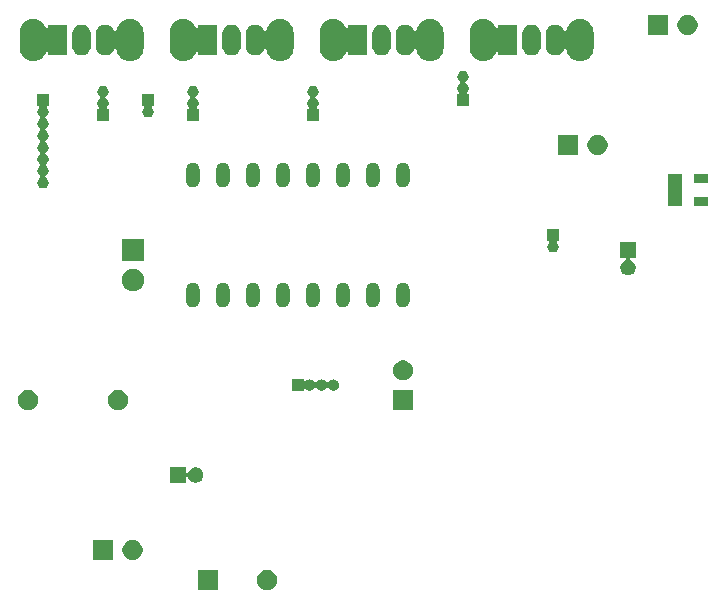
<source format=gbr>
G04 #@! TF.GenerationSoftware,KiCad,Pcbnew,(5.1.5)-3*
G04 #@! TF.CreationDate,2020-04-10T15:09:37-04:00*
G04 #@! TF.ProjectId,final_project,66696e61-6c5f-4707-926f-6a6563742e6b,rev?*
G04 #@! TF.SameCoordinates,Original*
G04 #@! TF.FileFunction,Soldermask,Top*
G04 #@! TF.FilePolarity,Negative*
%FSLAX46Y46*%
G04 Gerber Fmt 4.6, Leading zero omitted, Abs format (unit mm)*
G04 Created by KiCad (PCBNEW (5.1.5)-3) date 2020-04-10 15:09:37*
%MOMM*%
%LPD*%
G04 APERTURE LIST*
%ADD10C,0.100000*%
G04 APERTURE END LIST*
D10*
G36*
X130978228Y-107131703D02*
G01*
X131133100Y-107195853D01*
X131272481Y-107288985D01*
X131391015Y-107407519D01*
X131484147Y-107546900D01*
X131548297Y-107701772D01*
X131581000Y-107866184D01*
X131581000Y-108033816D01*
X131548297Y-108198228D01*
X131484147Y-108353100D01*
X131391015Y-108492481D01*
X131272481Y-108611015D01*
X131133100Y-108704147D01*
X130978228Y-108768297D01*
X130813816Y-108801000D01*
X130646184Y-108801000D01*
X130481772Y-108768297D01*
X130326900Y-108704147D01*
X130187519Y-108611015D01*
X130068985Y-108492481D01*
X129975853Y-108353100D01*
X129911703Y-108198228D01*
X129879000Y-108033816D01*
X129879000Y-107866184D01*
X129911703Y-107701772D01*
X129975853Y-107546900D01*
X130068985Y-107407519D01*
X130187519Y-107288985D01*
X130326900Y-107195853D01*
X130481772Y-107131703D01*
X130646184Y-107099000D01*
X130813816Y-107099000D01*
X130978228Y-107131703D01*
G37*
G36*
X126581000Y-108801000D02*
G01*
X124879000Y-108801000D01*
X124879000Y-107099000D01*
X126581000Y-107099000D01*
X126581000Y-108801000D01*
G37*
G36*
X119588228Y-104591703D02*
G01*
X119743100Y-104655853D01*
X119882481Y-104748985D01*
X120001015Y-104867519D01*
X120094147Y-105006900D01*
X120158297Y-105161772D01*
X120191000Y-105326184D01*
X120191000Y-105493816D01*
X120158297Y-105658228D01*
X120094147Y-105813100D01*
X120001015Y-105952481D01*
X119882481Y-106071015D01*
X119743100Y-106164147D01*
X119588228Y-106228297D01*
X119423816Y-106261000D01*
X119256184Y-106261000D01*
X119091772Y-106228297D01*
X118936900Y-106164147D01*
X118797519Y-106071015D01*
X118678985Y-105952481D01*
X118585853Y-105813100D01*
X118521703Y-105658228D01*
X118489000Y-105493816D01*
X118489000Y-105326184D01*
X118521703Y-105161772D01*
X118585853Y-105006900D01*
X118678985Y-104867519D01*
X118797519Y-104748985D01*
X118936900Y-104655853D01*
X119091772Y-104591703D01*
X119256184Y-104559000D01*
X119423816Y-104559000D01*
X119588228Y-104591703D01*
G37*
G36*
X117691000Y-106261000D02*
G01*
X115989000Y-106261000D01*
X115989000Y-104559000D01*
X117691000Y-104559000D01*
X117691000Y-106261000D01*
G37*
G36*
X123841000Y-98780109D02*
G01*
X123843402Y-98804495D01*
X123850515Y-98827944D01*
X123862066Y-98849555D01*
X123877611Y-98868497D01*
X123896553Y-98884042D01*
X123918164Y-98895593D01*
X123941613Y-98902706D01*
X123965999Y-98905108D01*
X123990385Y-98902706D01*
X124013834Y-98895593D01*
X124035445Y-98884042D01*
X124054387Y-98868497D01*
X124069932Y-98849555D01*
X124081483Y-98827944D01*
X124113090Y-98751638D01*
X124184335Y-98645012D01*
X124275012Y-98554335D01*
X124381636Y-98483091D01*
X124500110Y-98434017D01*
X124625881Y-98409000D01*
X124754119Y-98409000D01*
X124879890Y-98434017D01*
X124998364Y-98483091D01*
X125104988Y-98554335D01*
X125195665Y-98645012D01*
X125266909Y-98751636D01*
X125315983Y-98870110D01*
X125341000Y-98995882D01*
X125341000Y-99124118D01*
X125315983Y-99249890D01*
X125266909Y-99368364D01*
X125195665Y-99474988D01*
X125104988Y-99565665D01*
X124998364Y-99636909D01*
X124998363Y-99636910D01*
X124998362Y-99636910D01*
X124879890Y-99685983D01*
X124754119Y-99711000D01*
X124625881Y-99711000D01*
X124500110Y-99685983D01*
X124381638Y-99636910D01*
X124381637Y-99636910D01*
X124381636Y-99636909D01*
X124275012Y-99565665D01*
X124184335Y-99474988D01*
X124113091Y-99368364D01*
X124081483Y-99292055D01*
X124069932Y-99270445D01*
X124054387Y-99251503D01*
X124035445Y-99235958D01*
X124013834Y-99224407D01*
X123990385Y-99217294D01*
X123965999Y-99214892D01*
X123941613Y-99217294D01*
X123918164Y-99224407D01*
X123896553Y-99235958D01*
X123877611Y-99251503D01*
X123862066Y-99270445D01*
X123850515Y-99292056D01*
X123843402Y-99315505D01*
X123841000Y-99339891D01*
X123841000Y-99711000D01*
X122539000Y-99711000D01*
X122539000Y-98409000D01*
X123841000Y-98409000D01*
X123841000Y-98780109D01*
G37*
G36*
X143091000Y-93561000D02*
G01*
X141389000Y-93561000D01*
X141389000Y-91859000D01*
X143091000Y-91859000D01*
X143091000Y-93561000D01*
G37*
G36*
X110738228Y-91891703D02*
G01*
X110893100Y-91955853D01*
X111032481Y-92048985D01*
X111151015Y-92167519D01*
X111244147Y-92306900D01*
X111308297Y-92461772D01*
X111341000Y-92626184D01*
X111341000Y-92793816D01*
X111308297Y-92958228D01*
X111244147Y-93113100D01*
X111151015Y-93252481D01*
X111032481Y-93371015D01*
X110893100Y-93464147D01*
X110738228Y-93528297D01*
X110573816Y-93561000D01*
X110406184Y-93561000D01*
X110241772Y-93528297D01*
X110086900Y-93464147D01*
X109947519Y-93371015D01*
X109828985Y-93252481D01*
X109735853Y-93113100D01*
X109671703Y-92958228D01*
X109639000Y-92793816D01*
X109639000Y-92626184D01*
X109671703Y-92461772D01*
X109735853Y-92306900D01*
X109828985Y-92167519D01*
X109947519Y-92048985D01*
X110086900Y-91955853D01*
X110241772Y-91891703D01*
X110406184Y-91859000D01*
X110573816Y-91859000D01*
X110738228Y-91891703D01*
G37*
G36*
X118358228Y-91891703D02*
G01*
X118513100Y-91955853D01*
X118652481Y-92048985D01*
X118771015Y-92167519D01*
X118864147Y-92306900D01*
X118928297Y-92461772D01*
X118961000Y-92626184D01*
X118961000Y-92793816D01*
X118928297Y-92958228D01*
X118864147Y-93113100D01*
X118771015Y-93252481D01*
X118652481Y-93371015D01*
X118513100Y-93464147D01*
X118358228Y-93528297D01*
X118193816Y-93561000D01*
X118026184Y-93561000D01*
X117861772Y-93528297D01*
X117706900Y-93464147D01*
X117567519Y-93371015D01*
X117448985Y-93252481D01*
X117355853Y-93113100D01*
X117291703Y-92958228D01*
X117259000Y-92793816D01*
X117259000Y-92626184D01*
X117291703Y-92461772D01*
X117355853Y-92306900D01*
X117448985Y-92167519D01*
X117567519Y-92048985D01*
X117706900Y-91955853D01*
X117861772Y-91891703D01*
X118026184Y-91859000D01*
X118193816Y-91859000D01*
X118358228Y-91891703D01*
G37*
G36*
X133826000Y-90989060D02*
G01*
X133828402Y-91013446D01*
X133835515Y-91036895D01*
X133847066Y-91058506D01*
X133862611Y-91077448D01*
X133881553Y-91092993D01*
X133903164Y-91104544D01*
X133926613Y-91111657D01*
X133950999Y-91114059D01*
X133975385Y-91111657D01*
X133998834Y-91104544D01*
X134020445Y-91092993D01*
X134039387Y-91077448D01*
X134046568Y-91070267D01*
X134060437Y-91061000D01*
X134124530Y-91018174D01*
X134160412Y-91003311D01*
X134211157Y-90982292D01*
X134303117Y-90964000D01*
X134396883Y-90964000D01*
X134488843Y-90982292D01*
X134539588Y-91003311D01*
X134575470Y-91018174D01*
X134639563Y-91061000D01*
X134653432Y-91070267D01*
X134719735Y-91136570D01*
X134746067Y-91175979D01*
X134761612Y-91194921D01*
X134780554Y-91210466D01*
X134802164Y-91222018D01*
X134825613Y-91229131D01*
X134849999Y-91231533D01*
X134874385Y-91229131D01*
X134897834Y-91222018D01*
X134919445Y-91210467D01*
X134938387Y-91194922D01*
X134953933Y-91175979D01*
X134980265Y-91136570D01*
X135046568Y-91070267D01*
X135060437Y-91061000D01*
X135124530Y-91018174D01*
X135160412Y-91003311D01*
X135211157Y-90982292D01*
X135303117Y-90964000D01*
X135396883Y-90964000D01*
X135488843Y-90982292D01*
X135539588Y-91003311D01*
X135575470Y-91018174D01*
X135639563Y-91061000D01*
X135653432Y-91070267D01*
X135719735Y-91136570D01*
X135746067Y-91175979D01*
X135761612Y-91194921D01*
X135780554Y-91210466D01*
X135802164Y-91222018D01*
X135825613Y-91229131D01*
X135849999Y-91231533D01*
X135874385Y-91229131D01*
X135897834Y-91222018D01*
X135919445Y-91210467D01*
X135938387Y-91194922D01*
X135953933Y-91175979D01*
X135980265Y-91136570D01*
X136046568Y-91070267D01*
X136060437Y-91061000D01*
X136124530Y-91018174D01*
X136160412Y-91003311D01*
X136211157Y-90982292D01*
X136303117Y-90964000D01*
X136396883Y-90964000D01*
X136488843Y-90982292D01*
X136539588Y-91003311D01*
X136575470Y-91018174D01*
X136653432Y-91070267D01*
X136719733Y-91136568D01*
X136771826Y-91214530D01*
X136777874Y-91229131D01*
X136807708Y-91301157D01*
X136826000Y-91393117D01*
X136826000Y-91486883D01*
X136807708Y-91578843D01*
X136786689Y-91629588D01*
X136771826Y-91665470D01*
X136719733Y-91743432D01*
X136653432Y-91809733D01*
X136575470Y-91861826D01*
X136564055Y-91866554D01*
X136488843Y-91897708D01*
X136396883Y-91916000D01*
X136303117Y-91916000D01*
X136211157Y-91897708D01*
X136135945Y-91866554D01*
X136124530Y-91861826D01*
X136046568Y-91809733D01*
X135980265Y-91743430D01*
X135953933Y-91704021D01*
X135938388Y-91685079D01*
X135919446Y-91669534D01*
X135897836Y-91657982D01*
X135874387Y-91650869D01*
X135850001Y-91648467D01*
X135825615Y-91650869D01*
X135802166Y-91657982D01*
X135780555Y-91669533D01*
X135761613Y-91685078D01*
X135746067Y-91704021D01*
X135719735Y-91743430D01*
X135653432Y-91809733D01*
X135575470Y-91861826D01*
X135564055Y-91866554D01*
X135488843Y-91897708D01*
X135396883Y-91916000D01*
X135303117Y-91916000D01*
X135211157Y-91897708D01*
X135135945Y-91866554D01*
X135124530Y-91861826D01*
X135046568Y-91809733D01*
X134980265Y-91743430D01*
X134953933Y-91704021D01*
X134938388Y-91685079D01*
X134919446Y-91669534D01*
X134897836Y-91657982D01*
X134874387Y-91650869D01*
X134850001Y-91648467D01*
X134825615Y-91650869D01*
X134802166Y-91657982D01*
X134780555Y-91669533D01*
X134761613Y-91685078D01*
X134746067Y-91704021D01*
X134719735Y-91743430D01*
X134653432Y-91809733D01*
X134575470Y-91861826D01*
X134564055Y-91866554D01*
X134488843Y-91897708D01*
X134396883Y-91916000D01*
X134303117Y-91916000D01*
X134211157Y-91897708D01*
X134135945Y-91866554D01*
X134124530Y-91861826D01*
X134046568Y-91809733D01*
X134039387Y-91802552D01*
X134020445Y-91787007D01*
X133998834Y-91775456D01*
X133975385Y-91768343D01*
X133950999Y-91765941D01*
X133926613Y-91768343D01*
X133903164Y-91775456D01*
X133881553Y-91787007D01*
X133862611Y-91802552D01*
X133847066Y-91821494D01*
X133835515Y-91843105D01*
X133828402Y-91866554D01*
X133826000Y-91890940D01*
X133826000Y-91916000D01*
X132874000Y-91916000D01*
X132874000Y-90964000D01*
X133826000Y-90964000D01*
X133826000Y-90989060D01*
G37*
G36*
X142488228Y-89391703D02*
G01*
X142643100Y-89455853D01*
X142782481Y-89548985D01*
X142901015Y-89667519D01*
X142994147Y-89806900D01*
X143058297Y-89961772D01*
X143091000Y-90126184D01*
X143091000Y-90293816D01*
X143058297Y-90458228D01*
X142994147Y-90613100D01*
X142901015Y-90752481D01*
X142782481Y-90871015D01*
X142643100Y-90964147D01*
X142488228Y-91028297D01*
X142323816Y-91061000D01*
X142156184Y-91061000D01*
X141991772Y-91028297D01*
X141836900Y-90964147D01*
X141697519Y-90871015D01*
X141578985Y-90752481D01*
X141485853Y-90613100D01*
X141421703Y-90458228D01*
X141389000Y-90293816D01*
X141389000Y-90126184D01*
X141421703Y-89961772D01*
X141485853Y-89806900D01*
X141578985Y-89667519D01*
X141697519Y-89548985D01*
X141836900Y-89455853D01*
X141991772Y-89391703D01*
X142156184Y-89359000D01*
X142323816Y-89359000D01*
X142488228Y-89391703D01*
G37*
G36*
X137269973Y-82777117D02*
G01*
X137375727Y-82809197D01*
X137473182Y-82861288D01*
X137558606Y-82931394D01*
X137628712Y-83016818D01*
X137680803Y-83114273D01*
X137712883Y-83220027D01*
X137721000Y-83302442D01*
X137721000Y-84337558D01*
X137712883Y-84419973D01*
X137680803Y-84525727D01*
X137628714Y-84623179D01*
X137628712Y-84623181D01*
X137628711Y-84623183D01*
X137558606Y-84708606D01*
X137473183Y-84778711D01*
X137473181Y-84778712D01*
X137375726Y-84830803D01*
X137269972Y-84862883D01*
X137160000Y-84873714D01*
X137050027Y-84862883D01*
X136944273Y-84830803D01*
X136846821Y-84778714D01*
X136846817Y-84778711D01*
X136761394Y-84708606D01*
X136691289Y-84623183D01*
X136639198Y-84525727D01*
X136639197Y-84525726D01*
X136607117Y-84419972D01*
X136599000Y-84337557D01*
X136599001Y-83302442D01*
X136607118Y-83220027D01*
X136639198Y-83114273D01*
X136691289Y-83016818D01*
X136761395Y-82931394D01*
X136846819Y-82861288D01*
X136944274Y-82809197D01*
X137050028Y-82777117D01*
X137160000Y-82766286D01*
X137269973Y-82777117D01*
G37*
G36*
X139809973Y-82777117D02*
G01*
X139915727Y-82809197D01*
X140013182Y-82861288D01*
X140098606Y-82931394D01*
X140168712Y-83016818D01*
X140220803Y-83114273D01*
X140252883Y-83220027D01*
X140261000Y-83302442D01*
X140261000Y-84337558D01*
X140252883Y-84419973D01*
X140220803Y-84525727D01*
X140168714Y-84623179D01*
X140168712Y-84623181D01*
X140168711Y-84623183D01*
X140098606Y-84708606D01*
X140013183Y-84778711D01*
X140013181Y-84778712D01*
X139915726Y-84830803D01*
X139809972Y-84862883D01*
X139700000Y-84873714D01*
X139590027Y-84862883D01*
X139484273Y-84830803D01*
X139386821Y-84778714D01*
X139386817Y-84778711D01*
X139301394Y-84708606D01*
X139231289Y-84623183D01*
X139179198Y-84525727D01*
X139179197Y-84525726D01*
X139147117Y-84419972D01*
X139139000Y-84337557D01*
X139139001Y-83302442D01*
X139147118Y-83220027D01*
X139179198Y-83114273D01*
X139231289Y-83016818D01*
X139301395Y-82931394D01*
X139386819Y-82861288D01*
X139484274Y-82809197D01*
X139590028Y-82777117D01*
X139700000Y-82766286D01*
X139809973Y-82777117D01*
G37*
G36*
X142349973Y-82777117D02*
G01*
X142455727Y-82809197D01*
X142553182Y-82861288D01*
X142638606Y-82931394D01*
X142708712Y-83016818D01*
X142760803Y-83114273D01*
X142792883Y-83220027D01*
X142801000Y-83302442D01*
X142801000Y-84337558D01*
X142792883Y-84419973D01*
X142760803Y-84525727D01*
X142708714Y-84623179D01*
X142708712Y-84623181D01*
X142708711Y-84623183D01*
X142638606Y-84708606D01*
X142553183Y-84778711D01*
X142553181Y-84778712D01*
X142455726Y-84830803D01*
X142349972Y-84862883D01*
X142240000Y-84873714D01*
X142130027Y-84862883D01*
X142024273Y-84830803D01*
X141926821Y-84778714D01*
X141926817Y-84778711D01*
X141841394Y-84708606D01*
X141771289Y-84623183D01*
X141719198Y-84525727D01*
X141719197Y-84525726D01*
X141687117Y-84419972D01*
X141679000Y-84337557D01*
X141679001Y-83302442D01*
X141687118Y-83220027D01*
X141719198Y-83114273D01*
X141771289Y-83016818D01*
X141841395Y-82931394D01*
X141926819Y-82861288D01*
X142024274Y-82809197D01*
X142130028Y-82777117D01*
X142240000Y-82766286D01*
X142349973Y-82777117D01*
G37*
G36*
X124569973Y-82777117D02*
G01*
X124675727Y-82809197D01*
X124773182Y-82861288D01*
X124858606Y-82931394D01*
X124928712Y-83016818D01*
X124980803Y-83114273D01*
X125012883Y-83220027D01*
X125021000Y-83302442D01*
X125021000Y-84337558D01*
X125012883Y-84419973D01*
X124980803Y-84525727D01*
X124928714Y-84623179D01*
X124928712Y-84623181D01*
X124928711Y-84623183D01*
X124858606Y-84708606D01*
X124773183Y-84778711D01*
X124773181Y-84778712D01*
X124675726Y-84830803D01*
X124569972Y-84862883D01*
X124460000Y-84873714D01*
X124350027Y-84862883D01*
X124244273Y-84830803D01*
X124146821Y-84778714D01*
X124146817Y-84778711D01*
X124061394Y-84708606D01*
X123991289Y-84623183D01*
X123939198Y-84525727D01*
X123939197Y-84525726D01*
X123907117Y-84419972D01*
X123899000Y-84337557D01*
X123899001Y-83302442D01*
X123907118Y-83220027D01*
X123939198Y-83114273D01*
X123991289Y-83016818D01*
X124061395Y-82931394D01*
X124146819Y-82861288D01*
X124244274Y-82809197D01*
X124350028Y-82777117D01*
X124460000Y-82766286D01*
X124569973Y-82777117D01*
G37*
G36*
X134729973Y-82777117D02*
G01*
X134835727Y-82809197D01*
X134933182Y-82861288D01*
X135018606Y-82931394D01*
X135088712Y-83016818D01*
X135140803Y-83114273D01*
X135172883Y-83220027D01*
X135181000Y-83302442D01*
X135181000Y-84337558D01*
X135172883Y-84419973D01*
X135140803Y-84525727D01*
X135088714Y-84623179D01*
X135088712Y-84623181D01*
X135088711Y-84623183D01*
X135018606Y-84708606D01*
X134933183Y-84778711D01*
X134933181Y-84778712D01*
X134835726Y-84830803D01*
X134729972Y-84862883D01*
X134620000Y-84873714D01*
X134510027Y-84862883D01*
X134404273Y-84830803D01*
X134306821Y-84778714D01*
X134306817Y-84778711D01*
X134221394Y-84708606D01*
X134151289Y-84623183D01*
X134099198Y-84525727D01*
X134099197Y-84525726D01*
X134067117Y-84419972D01*
X134059000Y-84337557D01*
X134059001Y-83302442D01*
X134067118Y-83220027D01*
X134099198Y-83114273D01*
X134151289Y-83016818D01*
X134221395Y-82931394D01*
X134306819Y-82861288D01*
X134404274Y-82809197D01*
X134510028Y-82777117D01*
X134620000Y-82766286D01*
X134729973Y-82777117D01*
G37*
G36*
X132189973Y-82777117D02*
G01*
X132295727Y-82809197D01*
X132393182Y-82861288D01*
X132478606Y-82931394D01*
X132548712Y-83016818D01*
X132600803Y-83114273D01*
X132632883Y-83220027D01*
X132641000Y-83302442D01*
X132641000Y-84337558D01*
X132632883Y-84419973D01*
X132600803Y-84525727D01*
X132548714Y-84623179D01*
X132548712Y-84623181D01*
X132548711Y-84623183D01*
X132478606Y-84708606D01*
X132393183Y-84778711D01*
X132393181Y-84778712D01*
X132295726Y-84830803D01*
X132189972Y-84862883D01*
X132080000Y-84873714D01*
X131970027Y-84862883D01*
X131864273Y-84830803D01*
X131766821Y-84778714D01*
X131766817Y-84778711D01*
X131681394Y-84708606D01*
X131611289Y-84623183D01*
X131559198Y-84525727D01*
X131559197Y-84525726D01*
X131527117Y-84419972D01*
X131519000Y-84337557D01*
X131519001Y-83302442D01*
X131527118Y-83220027D01*
X131559198Y-83114273D01*
X131611289Y-83016818D01*
X131681395Y-82931394D01*
X131766819Y-82861288D01*
X131864274Y-82809197D01*
X131970028Y-82777117D01*
X132080000Y-82766286D01*
X132189973Y-82777117D01*
G37*
G36*
X127109973Y-82777117D02*
G01*
X127215727Y-82809197D01*
X127313182Y-82861288D01*
X127398606Y-82931394D01*
X127468712Y-83016818D01*
X127520803Y-83114273D01*
X127552883Y-83220027D01*
X127561000Y-83302442D01*
X127561000Y-84337558D01*
X127552883Y-84419973D01*
X127520803Y-84525727D01*
X127468714Y-84623179D01*
X127468712Y-84623181D01*
X127468711Y-84623183D01*
X127398606Y-84708606D01*
X127313183Y-84778711D01*
X127313181Y-84778712D01*
X127215726Y-84830803D01*
X127109972Y-84862883D01*
X127000000Y-84873714D01*
X126890027Y-84862883D01*
X126784273Y-84830803D01*
X126686821Y-84778714D01*
X126686817Y-84778711D01*
X126601394Y-84708606D01*
X126531289Y-84623183D01*
X126479198Y-84525727D01*
X126479197Y-84525726D01*
X126447117Y-84419972D01*
X126439000Y-84337557D01*
X126439001Y-83302442D01*
X126447118Y-83220027D01*
X126479198Y-83114273D01*
X126531289Y-83016818D01*
X126601395Y-82931394D01*
X126686819Y-82861288D01*
X126784274Y-82809197D01*
X126890028Y-82777117D01*
X127000000Y-82766286D01*
X127109973Y-82777117D01*
G37*
G36*
X129649973Y-82777117D02*
G01*
X129755727Y-82809197D01*
X129853182Y-82861288D01*
X129938606Y-82931394D01*
X130008712Y-83016818D01*
X130060803Y-83114273D01*
X130092883Y-83220027D01*
X130101000Y-83302442D01*
X130101000Y-84337558D01*
X130092883Y-84419973D01*
X130060803Y-84525727D01*
X130008714Y-84623179D01*
X130008712Y-84623181D01*
X130008711Y-84623183D01*
X129938606Y-84708606D01*
X129853183Y-84778711D01*
X129853181Y-84778712D01*
X129755726Y-84830803D01*
X129649972Y-84862883D01*
X129540000Y-84873714D01*
X129430027Y-84862883D01*
X129324273Y-84830803D01*
X129226821Y-84778714D01*
X129226817Y-84778711D01*
X129141394Y-84708606D01*
X129071289Y-84623183D01*
X129019198Y-84525727D01*
X129019197Y-84525726D01*
X128987117Y-84419972D01*
X128979000Y-84337557D01*
X128979001Y-83302442D01*
X128987118Y-83220027D01*
X129019198Y-83114273D01*
X129071289Y-83016818D01*
X129141395Y-82931394D01*
X129226819Y-82861288D01*
X129324274Y-82809197D01*
X129430028Y-82777117D01*
X129540000Y-82766286D01*
X129649973Y-82777117D01*
G37*
G36*
X119657395Y-81635546D02*
G01*
X119830466Y-81707234D01*
X119830467Y-81707235D01*
X119986227Y-81811310D01*
X120118690Y-81943773D01*
X120118691Y-81943775D01*
X120222766Y-82099534D01*
X120294454Y-82272605D01*
X120331000Y-82456333D01*
X120331000Y-82643667D01*
X120294454Y-82827395D01*
X120222766Y-83000466D01*
X120211840Y-83016818D01*
X120118690Y-83156227D01*
X119986227Y-83288690D01*
X119965641Y-83302445D01*
X119830466Y-83392766D01*
X119657395Y-83464454D01*
X119473667Y-83501000D01*
X119286333Y-83501000D01*
X119102605Y-83464454D01*
X118929534Y-83392766D01*
X118794359Y-83302445D01*
X118773773Y-83288690D01*
X118641310Y-83156227D01*
X118548160Y-83016818D01*
X118537234Y-83000466D01*
X118465546Y-82827395D01*
X118429000Y-82643667D01*
X118429000Y-82456333D01*
X118465546Y-82272605D01*
X118537234Y-82099534D01*
X118641309Y-81943775D01*
X118641310Y-81943773D01*
X118773773Y-81811310D01*
X118929533Y-81707235D01*
X118929534Y-81707234D01*
X119102605Y-81635546D01*
X119286333Y-81599000D01*
X119473667Y-81599000D01*
X119657395Y-81635546D01*
G37*
G36*
X161941000Y-80661000D02*
G01*
X161569891Y-80661000D01*
X161545505Y-80663402D01*
X161522056Y-80670515D01*
X161500445Y-80682066D01*
X161481503Y-80697611D01*
X161465958Y-80716553D01*
X161454407Y-80738164D01*
X161447294Y-80761613D01*
X161444892Y-80785999D01*
X161447294Y-80810385D01*
X161454407Y-80833834D01*
X161465958Y-80855445D01*
X161481503Y-80874387D01*
X161500445Y-80889932D01*
X161522055Y-80901483D01*
X161598364Y-80933091D01*
X161704988Y-81004335D01*
X161795665Y-81095012D01*
X161866909Y-81201636D01*
X161915983Y-81320110D01*
X161941000Y-81445882D01*
X161941000Y-81574118D01*
X161915983Y-81699890D01*
X161866909Y-81818364D01*
X161795665Y-81924988D01*
X161704988Y-82015665D01*
X161598364Y-82086909D01*
X161598363Y-82086910D01*
X161598362Y-82086910D01*
X161479890Y-82135983D01*
X161354119Y-82161000D01*
X161225881Y-82161000D01*
X161100110Y-82135983D01*
X160981638Y-82086910D01*
X160981637Y-82086910D01*
X160981636Y-82086909D01*
X160875012Y-82015665D01*
X160784335Y-81924988D01*
X160713091Y-81818364D01*
X160664017Y-81699890D01*
X160639000Y-81574118D01*
X160639000Y-81445882D01*
X160664017Y-81320110D01*
X160713091Y-81201636D01*
X160784335Y-81095012D01*
X160875012Y-81004335D01*
X160981636Y-80933091D01*
X161057945Y-80901483D01*
X161079555Y-80889932D01*
X161098497Y-80874387D01*
X161114042Y-80855445D01*
X161125593Y-80833834D01*
X161132706Y-80810385D01*
X161135108Y-80785999D01*
X161132706Y-80761613D01*
X161125593Y-80738164D01*
X161114042Y-80716553D01*
X161098497Y-80697611D01*
X161079555Y-80682066D01*
X161057944Y-80670515D01*
X161034495Y-80663402D01*
X161010109Y-80661000D01*
X160639000Y-80661000D01*
X160639000Y-79359000D01*
X161941000Y-79359000D01*
X161941000Y-80661000D01*
G37*
G36*
X120331000Y-80961000D02*
G01*
X118429000Y-80961000D01*
X118429000Y-79059000D01*
X120331000Y-79059000D01*
X120331000Y-80961000D01*
G37*
G36*
X155416000Y-79216000D02*
G01*
X155390940Y-79216000D01*
X155366554Y-79218402D01*
X155343105Y-79225515D01*
X155321494Y-79237066D01*
X155302552Y-79252611D01*
X155287007Y-79271553D01*
X155275456Y-79293164D01*
X155268343Y-79316613D01*
X155265941Y-79340999D01*
X155268343Y-79365385D01*
X155275456Y-79388834D01*
X155287007Y-79410445D01*
X155302552Y-79429387D01*
X155309733Y-79436568D01*
X155361826Y-79514530D01*
X155361826Y-79514531D01*
X155397708Y-79601157D01*
X155416000Y-79693117D01*
X155416000Y-79786883D01*
X155397708Y-79878843D01*
X155376689Y-79929588D01*
X155361826Y-79965470D01*
X155309733Y-80043432D01*
X155243432Y-80109733D01*
X155165470Y-80161826D01*
X155129588Y-80176689D01*
X155078843Y-80197708D01*
X154986883Y-80216000D01*
X154893117Y-80216000D01*
X154801157Y-80197708D01*
X154750412Y-80176689D01*
X154714530Y-80161826D01*
X154636568Y-80109733D01*
X154570267Y-80043432D01*
X154518174Y-79965470D01*
X154503311Y-79929588D01*
X154482292Y-79878843D01*
X154464000Y-79786883D01*
X154464000Y-79693117D01*
X154482292Y-79601157D01*
X154518174Y-79514531D01*
X154518174Y-79514530D01*
X154570267Y-79436568D01*
X154577448Y-79429387D01*
X154592993Y-79410445D01*
X154604544Y-79388834D01*
X154611657Y-79365385D01*
X154614059Y-79340999D01*
X154611657Y-79316613D01*
X154604544Y-79293164D01*
X154592993Y-79271553D01*
X154577448Y-79252611D01*
X154558506Y-79237066D01*
X154536895Y-79225515D01*
X154513446Y-79218402D01*
X154489060Y-79216000D01*
X154464000Y-79216000D01*
X154464000Y-78264000D01*
X155416000Y-78264000D01*
X155416000Y-79216000D01*
G37*
G36*
X168051000Y-76256000D02*
G01*
X166889000Y-76256000D01*
X166889000Y-75504000D01*
X168051000Y-75504000D01*
X168051000Y-76256000D01*
G37*
G36*
X165851000Y-76256000D02*
G01*
X164689000Y-76256000D01*
X164689000Y-73604000D01*
X165851000Y-73604000D01*
X165851000Y-76256000D01*
G37*
G36*
X112236000Y-67786000D02*
G01*
X112210940Y-67786000D01*
X112186554Y-67788402D01*
X112163105Y-67795515D01*
X112141494Y-67807066D01*
X112122552Y-67822611D01*
X112107007Y-67841553D01*
X112095456Y-67863164D01*
X112088343Y-67886613D01*
X112085941Y-67910999D01*
X112088343Y-67935385D01*
X112095456Y-67958834D01*
X112107007Y-67980445D01*
X112122552Y-67999387D01*
X112129733Y-68006568D01*
X112181826Y-68084530D01*
X112196689Y-68120412D01*
X112217708Y-68171157D01*
X112236000Y-68263117D01*
X112236000Y-68356883D01*
X112217708Y-68448843D01*
X112196689Y-68499588D01*
X112181826Y-68535470D01*
X112129733Y-68613432D01*
X112063430Y-68679735D01*
X112024021Y-68706067D01*
X112005079Y-68721612D01*
X111989534Y-68740554D01*
X111977982Y-68762164D01*
X111970869Y-68785613D01*
X111968467Y-68809999D01*
X111970869Y-68834385D01*
X111977982Y-68857834D01*
X111989533Y-68879445D01*
X112005078Y-68898387D01*
X112024021Y-68913933D01*
X112063430Y-68940265D01*
X112129733Y-69006568D01*
X112181826Y-69084530D01*
X112181826Y-69084531D01*
X112217708Y-69171157D01*
X112236000Y-69263117D01*
X112236000Y-69356883D01*
X112217708Y-69448843D01*
X112196689Y-69499588D01*
X112181826Y-69535470D01*
X112129733Y-69613432D01*
X112063430Y-69679735D01*
X112024021Y-69706067D01*
X112005079Y-69721612D01*
X111989534Y-69740554D01*
X111977982Y-69762164D01*
X111970869Y-69785613D01*
X111968467Y-69809999D01*
X111970869Y-69834385D01*
X111977982Y-69857834D01*
X111989533Y-69879445D01*
X112005078Y-69898387D01*
X112024021Y-69913933D01*
X112063430Y-69940265D01*
X112129733Y-70006568D01*
X112181826Y-70084530D01*
X112181826Y-70084531D01*
X112217708Y-70171157D01*
X112236000Y-70263117D01*
X112236000Y-70356883D01*
X112217708Y-70448843D01*
X112213507Y-70458985D01*
X112181826Y-70535470D01*
X112153729Y-70577520D01*
X112129733Y-70613432D01*
X112063430Y-70679735D01*
X112024021Y-70706067D01*
X112005079Y-70721612D01*
X111989534Y-70740554D01*
X111977982Y-70762164D01*
X111970869Y-70785613D01*
X111968467Y-70809999D01*
X111970869Y-70834385D01*
X111977982Y-70857834D01*
X111989533Y-70879445D01*
X112005078Y-70898387D01*
X112024021Y-70913933D01*
X112063430Y-70940265D01*
X112129733Y-71006568D01*
X112181826Y-71084530D01*
X112181826Y-71084531D01*
X112217708Y-71171157D01*
X112236000Y-71263117D01*
X112236000Y-71356883D01*
X112217708Y-71448843D01*
X112196689Y-71499588D01*
X112181826Y-71535470D01*
X112129733Y-71613432D01*
X112063430Y-71679735D01*
X112024021Y-71706067D01*
X112005079Y-71721612D01*
X111989534Y-71740554D01*
X111977982Y-71762164D01*
X111970869Y-71785613D01*
X111968467Y-71809999D01*
X111970869Y-71834385D01*
X111977982Y-71857834D01*
X111989533Y-71879445D01*
X112005078Y-71898387D01*
X112024021Y-71913933D01*
X112063430Y-71940265D01*
X112129733Y-72006568D01*
X112181826Y-72084530D01*
X112181826Y-72084531D01*
X112217708Y-72171157D01*
X112236000Y-72263117D01*
X112236000Y-72356883D01*
X112217708Y-72448843D01*
X112196689Y-72499588D01*
X112181826Y-72535470D01*
X112134508Y-72606286D01*
X112129733Y-72613432D01*
X112063430Y-72679735D01*
X112024021Y-72706067D01*
X112005079Y-72721612D01*
X111989534Y-72740554D01*
X111977982Y-72762164D01*
X111970869Y-72785613D01*
X111968467Y-72809999D01*
X111970869Y-72834385D01*
X111977982Y-72857834D01*
X111989533Y-72879445D01*
X112005078Y-72898387D01*
X112024021Y-72913933D01*
X112063430Y-72940265D01*
X112129733Y-73006568D01*
X112181826Y-73084530D01*
X112181826Y-73084531D01*
X112217708Y-73171157D01*
X112236000Y-73263117D01*
X112236000Y-73356883D01*
X112217708Y-73448843D01*
X112196689Y-73499588D01*
X112181826Y-73535470D01*
X112136035Y-73604000D01*
X112129733Y-73613432D01*
X112063430Y-73679735D01*
X112024021Y-73706067D01*
X112005079Y-73721612D01*
X111989534Y-73740554D01*
X111977982Y-73762164D01*
X111970869Y-73785613D01*
X111968467Y-73809999D01*
X111970869Y-73834385D01*
X111977982Y-73857834D01*
X111989533Y-73879445D01*
X112005078Y-73898387D01*
X112024021Y-73913933D01*
X112063430Y-73940265D01*
X112129733Y-74006568D01*
X112181826Y-74084530D01*
X112181826Y-74084531D01*
X112217708Y-74171157D01*
X112236000Y-74263117D01*
X112236000Y-74356883D01*
X112217708Y-74448843D01*
X112211769Y-74463181D01*
X112181826Y-74535470D01*
X112129733Y-74613432D01*
X112063432Y-74679733D01*
X111985470Y-74731826D01*
X111949588Y-74746689D01*
X111898843Y-74767708D01*
X111806883Y-74786000D01*
X111713117Y-74786000D01*
X111621157Y-74767708D01*
X111570412Y-74746689D01*
X111534530Y-74731826D01*
X111456568Y-74679733D01*
X111390267Y-74613432D01*
X111338174Y-74535470D01*
X111308231Y-74463181D01*
X111302292Y-74448843D01*
X111284000Y-74356883D01*
X111284000Y-74263117D01*
X111302292Y-74171157D01*
X111338174Y-74084531D01*
X111338174Y-74084530D01*
X111390267Y-74006568D01*
X111456570Y-73940265D01*
X111495979Y-73913933D01*
X111514921Y-73898388D01*
X111530466Y-73879446D01*
X111542018Y-73857836D01*
X111549131Y-73834387D01*
X111551533Y-73810001D01*
X111549131Y-73785615D01*
X111542018Y-73762166D01*
X111530467Y-73740555D01*
X111514922Y-73721613D01*
X111495979Y-73706067D01*
X111456570Y-73679735D01*
X111390267Y-73613432D01*
X111383965Y-73604000D01*
X111338174Y-73535470D01*
X111323311Y-73499588D01*
X111302292Y-73448843D01*
X111284000Y-73356883D01*
X111284000Y-73263117D01*
X111302292Y-73171157D01*
X111338174Y-73084531D01*
X111338174Y-73084530D01*
X111390267Y-73006568D01*
X111456570Y-72940265D01*
X111495979Y-72913933D01*
X111514921Y-72898388D01*
X111530466Y-72879446D01*
X111542018Y-72857836D01*
X111549131Y-72834387D01*
X111551533Y-72810001D01*
X111549131Y-72785615D01*
X111542018Y-72762166D01*
X111530467Y-72740555D01*
X111514922Y-72721613D01*
X111495979Y-72706067D01*
X111456570Y-72679735D01*
X111390267Y-72613432D01*
X111385492Y-72606286D01*
X111338174Y-72535470D01*
X111323311Y-72499588D01*
X111302292Y-72448843D01*
X111284000Y-72356883D01*
X111284000Y-72263117D01*
X111302292Y-72171157D01*
X111338174Y-72084531D01*
X111338174Y-72084530D01*
X111390267Y-72006568D01*
X111456570Y-71940265D01*
X111495979Y-71913933D01*
X111514921Y-71898388D01*
X111530466Y-71879446D01*
X111542018Y-71857836D01*
X111549131Y-71834387D01*
X111551533Y-71810001D01*
X111549131Y-71785615D01*
X111542018Y-71762166D01*
X111530467Y-71740555D01*
X111514922Y-71721613D01*
X111495979Y-71706067D01*
X111456570Y-71679735D01*
X111390267Y-71613432D01*
X111338174Y-71535470D01*
X111323311Y-71499588D01*
X111302292Y-71448843D01*
X111284000Y-71356883D01*
X111284000Y-71263117D01*
X111302292Y-71171157D01*
X111338174Y-71084531D01*
X111338174Y-71084530D01*
X111390267Y-71006568D01*
X111456570Y-70940265D01*
X111495979Y-70913933D01*
X111514921Y-70898388D01*
X111530466Y-70879446D01*
X111542018Y-70857836D01*
X111549131Y-70834387D01*
X111551533Y-70810001D01*
X111549131Y-70785615D01*
X111542018Y-70762166D01*
X111530467Y-70740555D01*
X111514922Y-70721613D01*
X111495979Y-70706067D01*
X111456570Y-70679735D01*
X111390267Y-70613432D01*
X111366271Y-70577520D01*
X111338174Y-70535470D01*
X111306493Y-70458985D01*
X111302292Y-70448843D01*
X111284000Y-70356883D01*
X111284000Y-70263117D01*
X111302292Y-70171157D01*
X111338174Y-70084531D01*
X111338174Y-70084530D01*
X111390267Y-70006568D01*
X111456570Y-69940265D01*
X111495979Y-69913933D01*
X111514921Y-69898388D01*
X111530466Y-69879446D01*
X111542018Y-69857836D01*
X111549131Y-69834387D01*
X111551533Y-69810001D01*
X111549131Y-69785615D01*
X111542018Y-69762166D01*
X111530467Y-69740555D01*
X111514922Y-69721613D01*
X111495979Y-69706067D01*
X111456570Y-69679735D01*
X111390267Y-69613432D01*
X111338174Y-69535470D01*
X111323311Y-69499588D01*
X111302292Y-69448843D01*
X111284000Y-69356883D01*
X111284000Y-69263117D01*
X111302292Y-69171157D01*
X111338174Y-69084531D01*
X111338174Y-69084530D01*
X111390267Y-69006568D01*
X111456570Y-68940265D01*
X111495979Y-68913933D01*
X111514921Y-68898388D01*
X111530466Y-68879446D01*
X111542018Y-68857836D01*
X111549131Y-68834387D01*
X111551533Y-68810001D01*
X111549131Y-68785615D01*
X111542018Y-68762166D01*
X111530467Y-68740555D01*
X111514922Y-68721613D01*
X111495979Y-68706067D01*
X111456570Y-68679735D01*
X111390267Y-68613432D01*
X111338174Y-68535470D01*
X111323311Y-68499588D01*
X111302292Y-68448843D01*
X111284000Y-68356883D01*
X111284000Y-68263117D01*
X111302292Y-68171157D01*
X111323311Y-68120412D01*
X111338174Y-68084530D01*
X111390267Y-68006568D01*
X111397448Y-67999387D01*
X111412993Y-67980445D01*
X111424544Y-67958834D01*
X111431657Y-67935385D01*
X111434059Y-67910999D01*
X111431657Y-67886613D01*
X111424544Y-67863164D01*
X111412993Y-67841553D01*
X111397448Y-67822611D01*
X111378506Y-67807066D01*
X111356895Y-67795515D01*
X111333446Y-67788402D01*
X111309060Y-67786000D01*
X111284000Y-67786000D01*
X111284000Y-66834000D01*
X112236000Y-66834000D01*
X112236000Y-67786000D01*
G37*
G36*
X124569973Y-72617117D02*
G01*
X124675727Y-72649197D01*
X124773182Y-72701288D01*
X124858606Y-72771394D01*
X124928712Y-72856818D01*
X124980803Y-72954273D01*
X125012883Y-73060027D01*
X125021000Y-73142442D01*
X125021000Y-74177558D01*
X125012883Y-74259973D01*
X124980803Y-74365727D01*
X124928714Y-74463179D01*
X124928712Y-74463181D01*
X124928711Y-74463183D01*
X124858606Y-74548606D01*
X124773183Y-74618711D01*
X124773181Y-74618712D01*
X124675726Y-74670803D01*
X124569972Y-74702883D01*
X124460000Y-74713714D01*
X124350027Y-74702883D01*
X124244273Y-74670803D01*
X124146821Y-74618714D01*
X124140385Y-74613432D01*
X124061394Y-74548606D01*
X123991289Y-74463183D01*
X123939198Y-74365727D01*
X123939197Y-74365726D01*
X123936515Y-74356883D01*
X123933225Y-74346037D01*
X123907117Y-74259972D01*
X123899000Y-74177557D01*
X123899001Y-73142442D01*
X123907118Y-73060027D01*
X123939198Y-72954273D01*
X123991289Y-72856818D01*
X124061395Y-72771394D01*
X124146819Y-72701288D01*
X124244274Y-72649197D01*
X124350028Y-72617117D01*
X124460000Y-72606286D01*
X124569973Y-72617117D01*
G37*
G36*
X127109973Y-72617117D02*
G01*
X127215727Y-72649197D01*
X127313182Y-72701288D01*
X127398606Y-72771394D01*
X127468712Y-72856818D01*
X127520803Y-72954273D01*
X127552883Y-73060027D01*
X127561000Y-73142442D01*
X127561000Y-74177558D01*
X127552883Y-74259973D01*
X127520803Y-74365727D01*
X127468714Y-74463179D01*
X127468712Y-74463181D01*
X127468711Y-74463183D01*
X127398606Y-74548606D01*
X127313183Y-74618711D01*
X127313181Y-74618712D01*
X127215726Y-74670803D01*
X127109972Y-74702883D01*
X127000000Y-74713714D01*
X126890027Y-74702883D01*
X126784273Y-74670803D01*
X126686821Y-74618714D01*
X126680385Y-74613432D01*
X126601394Y-74548606D01*
X126531289Y-74463183D01*
X126479198Y-74365727D01*
X126479197Y-74365726D01*
X126476515Y-74356883D01*
X126473225Y-74346037D01*
X126447117Y-74259972D01*
X126439000Y-74177557D01*
X126439001Y-73142442D01*
X126447118Y-73060027D01*
X126479198Y-72954273D01*
X126531289Y-72856818D01*
X126601395Y-72771394D01*
X126686819Y-72701288D01*
X126784274Y-72649197D01*
X126890028Y-72617117D01*
X127000000Y-72606286D01*
X127109973Y-72617117D01*
G37*
G36*
X129649973Y-72617117D02*
G01*
X129755727Y-72649197D01*
X129853182Y-72701288D01*
X129938606Y-72771394D01*
X130008712Y-72856818D01*
X130060803Y-72954273D01*
X130092883Y-73060027D01*
X130101000Y-73142442D01*
X130101000Y-74177558D01*
X130092883Y-74259973D01*
X130060803Y-74365727D01*
X130008714Y-74463179D01*
X130008712Y-74463181D01*
X130008711Y-74463183D01*
X129938606Y-74548606D01*
X129853183Y-74618711D01*
X129853181Y-74618712D01*
X129755726Y-74670803D01*
X129649972Y-74702883D01*
X129540000Y-74713714D01*
X129430027Y-74702883D01*
X129324273Y-74670803D01*
X129226821Y-74618714D01*
X129220385Y-74613432D01*
X129141394Y-74548606D01*
X129071289Y-74463183D01*
X129019198Y-74365727D01*
X129019197Y-74365726D01*
X129016515Y-74356883D01*
X129013225Y-74346037D01*
X128987117Y-74259972D01*
X128979000Y-74177557D01*
X128979001Y-73142442D01*
X128987118Y-73060027D01*
X129019198Y-72954273D01*
X129071289Y-72856818D01*
X129141395Y-72771394D01*
X129226819Y-72701288D01*
X129324274Y-72649197D01*
X129430028Y-72617117D01*
X129540000Y-72606286D01*
X129649973Y-72617117D01*
G37*
G36*
X132189973Y-72617117D02*
G01*
X132295727Y-72649197D01*
X132393182Y-72701288D01*
X132478606Y-72771394D01*
X132548712Y-72856818D01*
X132600803Y-72954273D01*
X132632883Y-73060027D01*
X132641000Y-73142442D01*
X132641000Y-74177558D01*
X132632883Y-74259973D01*
X132600803Y-74365727D01*
X132548714Y-74463179D01*
X132548712Y-74463181D01*
X132548711Y-74463183D01*
X132478606Y-74548606D01*
X132393183Y-74618711D01*
X132393181Y-74618712D01*
X132295726Y-74670803D01*
X132189972Y-74702883D01*
X132080000Y-74713714D01*
X131970027Y-74702883D01*
X131864273Y-74670803D01*
X131766821Y-74618714D01*
X131760385Y-74613432D01*
X131681394Y-74548606D01*
X131611289Y-74463183D01*
X131559198Y-74365727D01*
X131559197Y-74365726D01*
X131556515Y-74356883D01*
X131553225Y-74346037D01*
X131527117Y-74259972D01*
X131519000Y-74177557D01*
X131519001Y-73142442D01*
X131527118Y-73060027D01*
X131559198Y-72954273D01*
X131611289Y-72856818D01*
X131681395Y-72771394D01*
X131766819Y-72701288D01*
X131864274Y-72649197D01*
X131970028Y-72617117D01*
X132080000Y-72606286D01*
X132189973Y-72617117D01*
G37*
G36*
X137269973Y-72617117D02*
G01*
X137375727Y-72649197D01*
X137473182Y-72701288D01*
X137558606Y-72771394D01*
X137628712Y-72856818D01*
X137680803Y-72954273D01*
X137712883Y-73060027D01*
X137721000Y-73142442D01*
X137721000Y-74177558D01*
X137712883Y-74259973D01*
X137680803Y-74365727D01*
X137628714Y-74463179D01*
X137628712Y-74463181D01*
X137628711Y-74463183D01*
X137558606Y-74548606D01*
X137473183Y-74618711D01*
X137473181Y-74618712D01*
X137375726Y-74670803D01*
X137269972Y-74702883D01*
X137160000Y-74713714D01*
X137050027Y-74702883D01*
X136944273Y-74670803D01*
X136846821Y-74618714D01*
X136840385Y-74613432D01*
X136761394Y-74548606D01*
X136691289Y-74463183D01*
X136639198Y-74365727D01*
X136639197Y-74365726D01*
X136636515Y-74356883D01*
X136633225Y-74346037D01*
X136607117Y-74259972D01*
X136599000Y-74177557D01*
X136599001Y-73142442D01*
X136607118Y-73060027D01*
X136639198Y-72954273D01*
X136691289Y-72856818D01*
X136761395Y-72771394D01*
X136846819Y-72701288D01*
X136944274Y-72649197D01*
X137050028Y-72617117D01*
X137160000Y-72606286D01*
X137269973Y-72617117D01*
G37*
G36*
X142349973Y-72617117D02*
G01*
X142455727Y-72649197D01*
X142553182Y-72701288D01*
X142638606Y-72771394D01*
X142708712Y-72856818D01*
X142760803Y-72954273D01*
X142792883Y-73060027D01*
X142801000Y-73142442D01*
X142801000Y-74177558D01*
X142792883Y-74259973D01*
X142760803Y-74365727D01*
X142708714Y-74463179D01*
X142708712Y-74463181D01*
X142708711Y-74463183D01*
X142638606Y-74548606D01*
X142553183Y-74618711D01*
X142553181Y-74618712D01*
X142455726Y-74670803D01*
X142349972Y-74702883D01*
X142240000Y-74713714D01*
X142130027Y-74702883D01*
X142024273Y-74670803D01*
X141926821Y-74618714D01*
X141920385Y-74613432D01*
X141841394Y-74548606D01*
X141771289Y-74463183D01*
X141719198Y-74365727D01*
X141719197Y-74365726D01*
X141716515Y-74356883D01*
X141713225Y-74346037D01*
X141687117Y-74259972D01*
X141679000Y-74177557D01*
X141679001Y-73142442D01*
X141687118Y-73060027D01*
X141719198Y-72954273D01*
X141771289Y-72856818D01*
X141841395Y-72771394D01*
X141926819Y-72701288D01*
X142024274Y-72649197D01*
X142130028Y-72617117D01*
X142240000Y-72606286D01*
X142349973Y-72617117D01*
G37*
G36*
X134729973Y-72617117D02*
G01*
X134835727Y-72649197D01*
X134933182Y-72701288D01*
X135018606Y-72771394D01*
X135088712Y-72856818D01*
X135140803Y-72954273D01*
X135172883Y-73060027D01*
X135181000Y-73142442D01*
X135181000Y-74177558D01*
X135172883Y-74259973D01*
X135140803Y-74365727D01*
X135088714Y-74463179D01*
X135088712Y-74463181D01*
X135088711Y-74463183D01*
X135018606Y-74548606D01*
X134933183Y-74618711D01*
X134933181Y-74618712D01*
X134835726Y-74670803D01*
X134729972Y-74702883D01*
X134620000Y-74713714D01*
X134510027Y-74702883D01*
X134404273Y-74670803D01*
X134306821Y-74618714D01*
X134300385Y-74613432D01*
X134221394Y-74548606D01*
X134151289Y-74463183D01*
X134099198Y-74365727D01*
X134099197Y-74365726D01*
X134096515Y-74356883D01*
X134093225Y-74346037D01*
X134067117Y-74259972D01*
X134059000Y-74177557D01*
X134059001Y-73142442D01*
X134067118Y-73060027D01*
X134099198Y-72954273D01*
X134151289Y-72856818D01*
X134221395Y-72771394D01*
X134306819Y-72701288D01*
X134404274Y-72649197D01*
X134510028Y-72617117D01*
X134620000Y-72606286D01*
X134729973Y-72617117D01*
G37*
G36*
X139809973Y-72617117D02*
G01*
X139915727Y-72649197D01*
X140013182Y-72701288D01*
X140098606Y-72771394D01*
X140168712Y-72856818D01*
X140220803Y-72954273D01*
X140252883Y-73060027D01*
X140261000Y-73142442D01*
X140261000Y-74177558D01*
X140252883Y-74259973D01*
X140220803Y-74365727D01*
X140168714Y-74463179D01*
X140168712Y-74463181D01*
X140168711Y-74463183D01*
X140098606Y-74548606D01*
X140013183Y-74618711D01*
X140013181Y-74618712D01*
X139915726Y-74670803D01*
X139809972Y-74702883D01*
X139700000Y-74713714D01*
X139590027Y-74702883D01*
X139484273Y-74670803D01*
X139386821Y-74618714D01*
X139380385Y-74613432D01*
X139301394Y-74548606D01*
X139231289Y-74463183D01*
X139179198Y-74365727D01*
X139179197Y-74365726D01*
X139176515Y-74356883D01*
X139173225Y-74346037D01*
X139147117Y-74259972D01*
X139139000Y-74177557D01*
X139139001Y-73142442D01*
X139147118Y-73060027D01*
X139179198Y-72954273D01*
X139231289Y-72856818D01*
X139301395Y-72771394D01*
X139386819Y-72701288D01*
X139484274Y-72649197D01*
X139590028Y-72617117D01*
X139700000Y-72606286D01*
X139809973Y-72617117D01*
G37*
G36*
X168051000Y-74356000D02*
G01*
X166889000Y-74356000D01*
X166889000Y-73604000D01*
X168051000Y-73604000D01*
X168051000Y-74356000D01*
G37*
G36*
X157061000Y-71971000D02*
G01*
X155359000Y-71971000D01*
X155359000Y-70269000D01*
X157061000Y-70269000D01*
X157061000Y-71971000D01*
G37*
G36*
X158958228Y-70301703D02*
G01*
X159113100Y-70365853D01*
X159252481Y-70458985D01*
X159371015Y-70577519D01*
X159464147Y-70716900D01*
X159528297Y-70871772D01*
X159561000Y-71036184D01*
X159561000Y-71203816D01*
X159528297Y-71368228D01*
X159464147Y-71523100D01*
X159371015Y-71662481D01*
X159252481Y-71781015D01*
X159113100Y-71874147D01*
X158958228Y-71938297D01*
X158793816Y-71971000D01*
X158626184Y-71971000D01*
X158461772Y-71938297D01*
X158306900Y-71874147D01*
X158167519Y-71781015D01*
X158048985Y-71662481D01*
X157955853Y-71523100D01*
X157891703Y-71368228D01*
X157859000Y-71203816D01*
X157859000Y-71036184D01*
X157891703Y-70871772D01*
X157955853Y-70716900D01*
X158048985Y-70577519D01*
X158167519Y-70458985D01*
X158306900Y-70365853D01*
X158461772Y-70301703D01*
X158626184Y-70269000D01*
X158793816Y-70269000D01*
X158958228Y-70301703D01*
G37*
G36*
X134758843Y-66122292D02*
G01*
X134809588Y-66143311D01*
X134845470Y-66158174D01*
X134923432Y-66210267D01*
X134989733Y-66276568D01*
X135041826Y-66354530D01*
X135056689Y-66390412D01*
X135077708Y-66441157D01*
X135096000Y-66533117D01*
X135096000Y-66626883D01*
X135077708Y-66718843D01*
X135057468Y-66767707D01*
X135041826Y-66805470D01*
X134989733Y-66883432D01*
X134923430Y-66949735D01*
X134884021Y-66976067D01*
X134865079Y-66991612D01*
X134849534Y-67010554D01*
X134837982Y-67032164D01*
X134830869Y-67055613D01*
X134828467Y-67079999D01*
X134830869Y-67104385D01*
X134837982Y-67127834D01*
X134849533Y-67149445D01*
X134865078Y-67168387D01*
X134884021Y-67183933D01*
X134923430Y-67210265D01*
X134989733Y-67276568D01*
X135041826Y-67354530D01*
X135041826Y-67354531D01*
X135077708Y-67441157D01*
X135096000Y-67533117D01*
X135096000Y-67626883D01*
X135077708Y-67718843D01*
X135056689Y-67769588D01*
X135041826Y-67805470D01*
X135003276Y-67863164D01*
X134989733Y-67883432D01*
X134982552Y-67890613D01*
X134967007Y-67909555D01*
X134955456Y-67931166D01*
X134948343Y-67954615D01*
X134945941Y-67979001D01*
X134948343Y-68003387D01*
X134955456Y-68026836D01*
X134967007Y-68048447D01*
X134982552Y-68067389D01*
X135001494Y-68082934D01*
X135023105Y-68094485D01*
X135046554Y-68101598D01*
X135070940Y-68104000D01*
X135096000Y-68104000D01*
X135096000Y-69056000D01*
X134144000Y-69056000D01*
X134144000Y-68104000D01*
X134169060Y-68104000D01*
X134193446Y-68101598D01*
X134216895Y-68094485D01*
X134238506Y-68082934D01*
X134257448Y-68067389D01*
X134272993Y-68048447D01*
X134284544Y-68026836D01*
X134291657Y-68003387D01*
X134294059Y-67979001D01*
X134291657Y-67954615D01*
X134284544Y-67931166D01*
X134272993Y-67909555D01*
X134257448Y-67890613D01*
X134250267Y-67883432D01*
X134236724Y-67863164D01*
X134198174Y-67805470D01*
X134183311Y-67769588D01*
X134162292Y-67718843D01*
X134144000Y-67626883D01*
X134144000Y-67533117D01*
X134162292Y-67441157D01*
X134198174Y-67354531D01*
X134198174Y-67354530D01*
X134250267Y-67276568D01*
X134316570Y-67210265D01*
X134355979Y-67183933D01*
X134374921Y-67168388D01*
X134390466Y-67149446D01*
X134402018Y-67127836D01*
X134409131Y-67104387D01*
X134411533Y-67080001D01*
X134409131Y-67055615D01*
X134402018Y-67032166D01*
X134390467Y-67010555D01*
X134374922Y-66991613D01*
X134355979Y-66976067D01*
X134316570Y-66949735D01*
X134250267Y-66883432D01*
X134198174Y-66805470D01*
X134182532Y-66767707D01*
X134162292Y-66718843D01*
X134144000Y-66626883D01*
X134144000Y-66533117D01*
X134162292Y-66441157D01*
X134183311Y-66390412D01*
X134198174Y-66354530D01*
X134250267Y-66276568D01*
X134316568Y-66210267D01*
X134394530Y-66158174D01*
X134430412Y-66143311D01*
X134481157Y-66122292D01*
X134573117Y-66104000D01*
X134666883Y-66104000D01*
X134758843Y-66122292D01*
G37*
G36*
X124598843Y-66122292D02*
G01*
X124649588Y-66143311D01*
X124685470Y-66158174D01*
X124763432Y-66210267D01*
X124829733Y-66276568D01*
X124881826Y-66354530D01*
X124896689Y-66390412D01*
X124917708Y-66441157D01*
X124936000Y-66533117D01*
X124936000Y-66626883D01*
X124917708Y-66718843D01*
X124897468Y-66767707D01*
X124881826Y-66805470D01*
X124829733Y-66883432D01*
X124763430Y-66949735D01*
X124724021Y-66976067D01*
X124705079Y-66991612D01*
X124689534Y-67010554D01*
X124677982Y-67032164D01*
X124670869Y-67055613D01*
X124668467Y-67079999D01*
X124670869Y-67104385D01*
X124677982Y-67127834D01*
X124689533Y-67149445D01*
X124705078Y-67168387D01*
X124724021Y-67183933D01*
X124763430Y-67210265D01*
X124829733Y-67276568D01*
X124881826Y-67354530D01*
X124881826Y-67354531D01*
X124917708Y-67441157D01*
X124936000Y-67533117D01*
X124936000Y-67626883D01*
X124917708Y-67718843D01*
X124896689Y-67769588D01*
X124881826Y-67805470D01*
X124843276Y-67863164D01*
X124829733Y-67883432D01*
X124822552Y-67890613D01*
X124807007Y-67909555D01*
X124795456Y-67931166D01*
X124788343Y-67954615D01*
X124785941Y-67979001D01*
X124788343Y-68003387D01*
X124795456Y-68026836D01*
X124807007Y-68048447D01*
X124822552Y-68067389D01*
X124841494Y-68082934D01*
X124863105Y-68094485D01*
X124886554Y-68101598D01*
X124910940Y-68104000D01*
X124936000Y-68104000D01*
X124936000Y-69056000D01*
X123984000Y-69056000D01*
X123984000Y-68104000D01*
X124009060Y-68104000D01*
X124033446Y-68101598D01*
X124056895Y-68094485D01*
X124078506Y-68082934D01*
X124097448Y-68067389D01*
X124112993Y-68048447D01*
X124124544Y-68026836D01*
X124131657Y-68003387D01*
X124134059Y-67979001D01*
X124131657Y-67954615D01*
X124124544Y-67931166D01*
X124112993Y-67909555D01*
X124097448Y-67890613D01*
X124090267Y-67883432D01*
X124076724Y-67863164D01*
X124038174Y-67805470D01*
X124023311Y-67769588D01*
X124002292Y-67718843D01*
X123984000Y-67626883D01*
X123984000Y-67533117D01*
X124002292Y-67441157D01*
X124038174Y-67354531D01*
X124038174Y-67354530D01*
X124090267Y-67276568D01*
X124156570Y-67210265D01*
X124195979Y-67183933D01*
X124214921Y-67168388D01*
X124230466Y-67149446D01*
X124242018Y-67127836D01*
X124249131Y-67104387D01*
X124251533Y-67080001D01*
X124249131Y-67055615D01*
X124242018Y-67032166D01*
X124230467Y-67010555D01*
X124214922Y-66991613D01*
X124195979Y-66976067D01*
X124156570Y-66949735D01*
X124090267Y-66883432D01*
X124038174Y-66805470D01*
X124022532Y-66767707D01*
X124002292Y-66718843D01*
X123984000Y-66626883D01*
X123984000Y-66533117D01*
X124002292Y-66441157D01*
X124023311Y-66390412D01*
X124038174Y-66354530D01*
X124090267Y-66276568D01*
X124156568Y-66210267D01*
X124234530Y-66158174D01*
X124270412Y-66143311D01*
X124321157Y-66122292D01*
X124413117Y-66104000D01*
X124506883Y-66104000D01*
X124598843Y-66122292D01*
G37*
G36*
X116978843Y-66122292D02*
G01*
X117029588Y-66143311D01*
X117065470Y-66158174D01*
X117143432Y-66210267D01*
X117209733Y-66276568D01*
X117261826Y-66354530D01*
X117276689Y-66390412D01*
X117297708Y-66441157D01*
X117316000Y-66533117D01*
X117316000Y-66626883D01*
X117297708Y-66718843D01*
X117277468Y-66767707D01*
X117261826Y-66805470D01*
X117209733Y-66883432D01*
X117143430Y-66949735D01*
X117104021Y-66976067D01*
X117085079Y-66991612D01*
X117069534Y-67010554D01*
X117057982Y-67032164D01*
X117050869Y-67055613D01*
X117048467Y-67079999D01*
X117050869Y-67104385D01*
X117057982Y-67127834D01*
X117069533Y-67149445D01*
X117085078Y-67168387D01*
X117104021Y-67183933D01*
X117143430Y-67210265D01*
X117209733Y-67276568D01*
X117261826Y-67354530D01*
X117261826Y-67354531D01*
X117297708Y-67441157D01*
X117316000Y-67533117D01*
X117316000Y-67626883D01*
X117297708Y-67718843D01*
X117276689Y-67769588D01*
X117261826Y-67805470D01*
X117223276Y-67863164D01*
X117209733Y-67883432D01*
X117202552Y-67890613D01*
X117187007Y-67909555D01*
X117175456Y-67931166D01*
X117168343Y-67954615D01*
X117165941Y-67979001D01*
X117168343Y-68003387D01*
X117175456Y-68026836D01*
X117187007Y-68048447D01*
X117202552Y-68067389D01*
X117221494Y-68082934D01*
X117243105Y-68094485D01*
X117266554Y-68101598D01*
X117290940Y-68104000D01*
X117316000Y-68104000D01*
X117316000Y-69056000D01*
X116364000Y-69056000D01*
X116364000Y-68104000D01*
X116389060Y-68104000D01*
X116413446Y-68101598D01*
X116436895Y-68094485D01*
X116458506Y-68082934D01*
X116477448Y-68067389D01*
X116492993Y-68048447D01*
X116504544Y-68026836D01*
X116511657Y-68003387D01*
X116514059Y-67979001D01*
X116511657Y-67954615D01*
X116504544Y-67931166D01*
X116492993Y-67909555D01*
X116477448Y-67890613D01*
X116470267Y-67883432D01*
X116456724Y-67863164D01*
X116418174Y-67805470D01*
X116403311Y-67769588D01*
X116382292Y-67718843D01*
X116364000Y-67626883D01*
X116364000Y-67533117D01*
X116382292Y-67441157D01*
X116418174Y-67354531D01*
X116418174Y-67354530D01*
X116470267Y-67276568D01*
X116536570Y-67210265D01*
X116575979Y-67183933D01*
X116594921Y-67168388D01*
X116610466Y-67149446D01*
X116622018Y-67127836D01*
X116629131Y-67104387D01*
X116631533Y-67080001D01*
X116629131Y-67055615D01*
X116622018Y-67032166D01*
X116610467Y-67010555D01*
X116594922Y-66991613D01*
X116575979Y-66976067D01*
X116536570Y-66949735D01*
X116470267Y-66883432D01*
X116418174Y-66805470D01*
X116402532Y-66767707D01*
X116382292Y-66718843D01*
X116364000Y-66626883D01*
X116364000Y-66533117D01*
X116382292Y-66441157D01*
X116403311Y-66390412D01*
X116418174Y-66354530D01*
X116470267Y-66276568D01*
X116536568Y-66210267D01*
X116614530Y-66158174D01*
X116650412Y-66143311D01*
X116701157Y-66122292D01*
X116793117Y-66104000D01*
X116886883Y-66104000D01*
X116978843Y-66122292D01*
G37*
G36*
X121126000Y-67786000D02*
G01*
X121100940Y-67786000D01*
X121076554Y-67788402D01*
X121053105Y-67795515D01*
X121031494Y-67807066D01*
X121012552Y-67822611D01*
X120997007Y-67841553D01*
X120985456Y-67863164D01*
X120978343Y-67886613D01*
X120975941Y-67910999D01*
X120978343Y-67935385D01*
X120985456Y-67958834D01*
X120997007Y-67980445D01*
X121012552Y-67999387D01*
X121019733Y-68006568D01*
X121071826Y-68084530D01*
X121086689Y-68120412D01*
X121107708Y-68171157D01*
X121126000Y-68263117D01*
X121126000Y-68356883D01*
X121107708Y-68448843D01*
X121086689Y-68499588D01*
X121071826Y-68535470D01*
X121019733Y-68613432D01*
X120953432Y-68679733D01*
X120875470Y-68731826D01*
X120854398Y-68740554D01*
X120788843Y-68767708D01*
X120696883Y-68786000D01*
X120603117Y-68786000D01*
X120511157Y-68767708D01*
X120445602Y-68740554D01*
X120424530Y-68731826D01*
X120346568Y-68679733D01*
X120280267Y-68613432D01*
X120228174Y-68535470D01*
X120213311Y-68499588D01*
X120192292Y-68448843D01*
X120174000Y-68356883D01*
X120174000Y-68263117D01*
X120192292Y-68171157D01*
X120213311Y-68120412D01*
X120228174Y-68084530D01*
X120280267Y-68006568D01*
X120287448Y-67999387D01*
X120302993Y-67980445D01*
X120314544Y-67958834D01*
X120321657Y-67935385D01*
X120324059Y-67910999D01*
X120321657Y-67886613D01*
X120314544Y-67863164D01*
X120302993Y-67841553D01*
X120287448Y-67822611D01*
X120268506Y-67807066D01*
X120246895Y-67795515D01*
X120223446Y-67788402D01*
X120199060Y-67786000D01*
X120174000Y-67786000D01*
X120174000Y-66834000D01*
X121126000Y-66834000D01*
X121126000Y-67786000D01*
G37*
G36*
X147458843Y-64852292D02*
G01*
X147509588Y-64873311D01*
X147545470Y-64888174D01*
X147623432Y-64940267D01*
X147689733Y-65006568D01*
X147741826Y-65084530D01*
X147741826Y-65084531D01*
X147777708Y-65171157D01*
X147796000Y-65263117D01*
X147796000Y-65356883D01*
X147777708Y-65448843D01*
X147756689Y-65499588D01*
X147741826Y-65535470D01*
X147689733Y-65613432D01*
X147623430Y-65679735D01*
X147584021Y-65706067D01*
X147565079Y-65721612D01*
X147549534Y-65740554D01*
X147537982Y-65762164D01*
X147530869Y-65785613D01*
X147528467Y-65809999D01*
X147530869Y-65834385D01*
X147537982Y-65857834D01*
X147549533Y-65879445D01*
X147565078Y-65898387D01*
X147584021Y-65913933D01*
X147623430Y-65940265D01*
X147689733Y-66006568D01*
X147741826Y-66084530D01*
X147756689Y-66120412D01*
X147777708Y-66171157D01*
X147796000Y-66263117D01*
X147796000Y-66356883D01*
X147777708Y-66448843D01*
X147756689Y-66499588D01*
X147741826Y-66535470D01*
X147689733Y-66613432D01*
X147682552Y-66620613D01*
X147667007Y-66639555D01*
X147655456Y-66661166D01*
X147648343Y-66684615D01*
X147645941Y-66709001D01*
X147648343Y-66733387D01*
X147655456Y-66756836D01*
X147667007Y-66778447D01*
X147682552Y-66797389D01*
X147701494Y-66812934D01*
X147723105Y-66824485D01*
X147746554Y-66831598D01*
X147770940Y-66834000D01*
X147796000Y-66834000D01*
X147796000Y-67786000D01*
X146844000Y-67786000D01*
X146844000Y-66834000D01*
X146869060Y-66834000D01*
X146893446Y-66831598D01*
X146916895Y-66824485D01*
X146938506Y-66812934D01*
X146957448Y-66797389D01*
X146972993Y-66778447D01*
X146984544Y-66756836D01*
X146991657Y-66733387D01*
X146994059Y-66709001D01*
X146991657Y-66684615D01*
X146984544Y-66661166D01*
X146972993Y-66639555D01*
X146957448Y-66620613D01*
X146950267Y-66613432D01*
X146898174Y-66535470D01*
X146883311Y-66499588D01*
X146862292Y-66448843D01*
X146844000Y-66356883D01*
X146844000Y-66263117D01*
X146862292Y-66171157D01*
X146883311Y-66120412D01*
X146898174Y-66084530D01*
X146950267Y-66006568D01*
X147016570Y-65940265D01*
X147055979Y-65913933D01*
X147074921Y-65898388D01*
X147090466Y-65879446D01*
X147102018Y-65857836D01*
X147109131Y-65834387D01*
X147111533Y-65810001D01*
X147109131Y-65785615D01*
X147102018Y-65762166D01*
X147090467Y-65740555D01*
X147074922Y-65721613D01*
X147055979Y-65706067D01*
X147016570Y-65679735D01*
X146950267Y-65613432D01*
X146898174Y-65535470D01*
X146883311Y-65499588D01*
X146862292Y-65448843D01*
X146844000Y-65356883D01*
X146844000Y-65263117D01*
X146862292Y-65171157D01*
X146898174Y-65084531D01*
X146898174Y-65084530D01*
X146950267Y-65006568D01*
X147016568Y-64940267D01*
X147094530Y-64888174D01*
X147130412Y-64873311D01*
X147181157Y-64852292D01*
X147273117Y-64834000D01*
X147366883Y-64834000D01*
X147458843Y-64852292D01*
G37*
G36*
X157455634Y-60445654D02*
G01*
X157672599Y-60511470D01*
X157672601Y-60511471D01*
X157872553Y-60618347D01*
X157872555Y-60618348D01*
X157872554Y-60618348D01*
X158047818Y-60762182D01*
X158112652Y-60841183D01*
X158191653Y-60937445D01*
X158293762Y-61128479D01*
X158298530Y-61137400D01*
X158364346Y-61354365D01*
X158364346Y-61354366D01*
X158372440Y-61436540D01*
X158381000Y-61523457D01*
X158381000Y-62936543D01*
X158364346Y-63105635D01*
X158299016Y-63320999D01*
X158298529Y-63322602D01*
X158191653Y-63522555D01*
X158047818Y-63697818D01*
X157872555Y-63841653D01*
X157672602Y-63948529D01*
X157672600Y-63948530D01*
X157455635Y-64014346D01*
X157230000Y-64036569D01*
X157004366Y-64014346D01*
X156787401Y-63948530D01*
X156787399Y-63948529D01*
X156587446Y-63841653D01*
X156412183Y-63697818D01*
X156268348Y-63522554D01*
X156161471Y-63322602D01*
X156161470Y-63322600D01*
X156095654Y-63105635D01*
X156095654Y-63105631D01*
X156095012Y-63103516D01*
X156091091Y-63083803D01*
X156081715Y-63061164D01*
X156068101Y-63040790D01*
X156050775Y-63023462D01*
X156030401Y-63009848D01*
X156007762Y-63000470D01*
X155983729Y-62995689D01*
X155959225Y-62995689D01*
X155935191Y-63000469D01*
X155912552Y-63009845D01*
X155892178Y-63023459D01*
X155874850Y-63040785D01*
X155861235Y-63061161D01*
X155799229Y-63177165D01*
X155699133Y-63299133D01*
X155577165Y-63399229D01*
X155438013Y-63473608D01*
X155387682Y-63488875D01*
X155287023Y-63519410D01*
X155130000Y-63534875D01*
X154972978Y-63519410D01*
X154872319Y-63488875D01*
X154821988Y-63473608D01*
X154682836Y-63399229D01*
X154560868Y-63299133D01*
X154460772Y-63177165D01*
X154386393Y-63038013D01*
X154371126Y-62987682D01*
X154340591Y-62887023D01*
X154329001Y-62769345D01*
X154329000Y-61690656D01*
X154340590Y-61572978D01*
X154377848Y-61450154D01*
X154386392Y-61421988D01*
X154460771Y-61282836D01*
X154521999Y-61208229D01*
X154560867Y-61160867D01*
X154682835Y-61060771D01*
X154821987Y-60986392D01*
X154872318Y-60971125D01*
X154972977Y-60940590D01*
X155130000Y-60925125D01*
X155287022Y-60940590D01*
X155387681Y-60971125D01*
X155438012Y-60986392D01*
X155577164Y-61060771D01*
X155699133Y-61160867D01*
X155799229Y-61282835D01*
X155861235Y-61398839D01*
X155874849Y-61419213D01*
X155892176Y-61436540D01*
X155912550Y-61450154D01*
X155935189Y-61459531D01*
X155959223Y-61464311D01*
X155983727Y-61464311D01*
X156007760Y-61459530D01*
X156030399Y-61450153D01*
X156050773Y-61436539D01*
X156068100Y-61419212D01*
X156081714Y-61398838D01*
X156091091Y-61376199D01*
X156095012Y-61356485D01*
X156095654Y-61354367D01*
X156095654Y-61354366D01*
X156161470Y-61137401D01*
X156178339Y-61105841D01*
X156268347Y-60937447D01*
X156318624Y-60876184D01*
X156412182Y-60762182D01*
X156491183Y-60697348D01*
X156587445Y-60618347D01*
X156787398Y-60511471D01*
X156787400Y-60511470D01*
X157004365Y-60445654D01*
X157230000Y-60423431D01*
X157455634Y-60445654D01*
G37*
G36*
X149255634Y-60445654D02*
G01*
X149472599Y-60511470D01*
X149472601Y-60511471D01*
X149672553Y-60618347D01*
X149672555Y-60618348D01*
X149672554Y-60618348D01*
X149847818Y-60762182D01*
X149912652Y-60841183D01*
X149991653Y-60937445D01*
X150093762Y-61128479D01*
X150107375Y-61148853D01*
X150124702Y-61166180D01*
X150145077Y-61179794D01*
X150167715Y-61189172D01*
X150191749Y-61193952D01*
X150216253Y-61193952D01*
X150240286Y-61189172D01*
X150262925Y-61179794D01*
X150283299Y-61166181D01*
X150300626Y-61148854D01*
X150314240Y-61128479D01*
X150323618Y-61105841D01*
X150328398Y-61081807D01*
X150329000Y-61069555D01*
X150329000Y-60929000D01*
X151931000Y-60929000D01*
X151931000Y-63531000D01*
X150329000Y-63531000D01*
X150329000Y-63390445D01*
X150326598Y-63366059D01*
X150319485Y-63342610D01*
X150307934Y-63320999D01*
X150292389Y-63302057D01*
X150273447Y-63286512D01*
X150251836Y-63274961D01*
X150228387Y-63267848D01*
X150204001Y-63265446D01*
X150179615Y-63267848D01*
X150156166Y-63274961D01*
X150134555Y-63286512D01*
X150115613Y-63302057D01*
X150100068Y-63320999D01*
X150093762Y-63331521D01*
X149991653Y-63522555D01*
X149847818Y-63697818D01*
X149672555Y-63841653D01*
X149472602Y-63948529D01*
X149472600Y-63948530D01*
X149255635Y-64014346D01*
X149030000Y-64036569D01*
X148804366Y-64014346D01*
X148587401Y-63948530D01*
X148587399Y-63948529D01*
X148387446Y-63841653D01*
X148212183Y-63697818D01*
X148068348Y-63522554D01*
X147961471Y-63322602D01*
X147960985Y-63320999D01*
X147895654Y-63105635D01*
X147879000Y-62936543D01*
X147879000Y-61523458D01*
X147895654Y-61354366D01*
X147961470Y-61137401D01*
X147978339Y-61105841D01*
X148068347Y-60937447D01*
X148118624Y-60876184D01*
X148212182Y-60762182D01*
X148291183Y-60697348D01*
X148387445Y-60618347D01*
X148587398Y-60511471D01*
X148587400Y-60511470D01*
X148804365Y-60445654D01*
X149030000Y-60423431D01*
X149255634Y-60445654D01*
G37*
G36*
X144755634Y-60445654D02*
G01*
X144972599Y-60511470D01*
X144972601Y-60511471D01*
X145172553Y-60618347D01*
X145172555Y-60618348D01*
X145172554Y-60618348D01*
X145347818Y-60762182D01*
X145412652Y-60841183D01*
X145491653Y-60937445D01*
X145593762Y-61128479D01*
X145598530Y-61137400D01*
X145664346Y-61354365D01*
X145664346Y-61354366D01*
X145672440Y-61436540D01*
X145681000Y-61523457D01*
X145681000Y-62936543D01*
X145664346Y-63105635D01*
X145599016Y-63320999D01*
X145598529Y-63322602D01*
X145491653Y-63522555D01*
X145347818Y-63697818D01*
X145172555Y-63841653D01*
X144972602Y-63948529D01*
X144972600Y-63948530D01*
X144755635Y-64014346D01*
X144530000Y-64036569D01*
X144304366Y-64014346D01*
X144087401Y-63948530D01*
X144087399Y-63948529D01*
X143887446Y-63841653D01*
X143712183Y-63697818D01*
X143568348Y-63522554D01*
X143461471Y-63322602D01*
X143461470Y-63322600D01*
X143395654Y-63105635D01*
X143395654Y-63105631D01*
X143395012Y-63103516D01*
X143391091Y-63083803D01*
X143381715Y-63061164D01*
X143368101Y-63040790D01*
X143350775Y-63023462D01*
X143330401Y-63009848D01*
X143307762Y-63000470D01*
X143283729Y-62995689D01*
X143259225Y-62995689D01*
X143235191Y-63000469D01*
X143212552Y-63009845D01*
X143192178Y-63023459D01*
X143174850Y-63040785D01*
X143161235Y-63061161D01*
X143099229Y-63177165D01*
X142999133Y-63299133D01*
X142877165Y-63399229D01*
X142738013Y-63473608D01*
X142687682Y-63488875D01*
X142587023Y-63519410D01*
X142430000Y-63534875D01*
X142272978Y-63519410D01*
X142172319Y-63488875D01*
X142121988Y-63473608D01*
X141982836Y-63399229D01*
X141860868Y-63299133D01*
X141760772Y-63177165D01*
X141686393Y-63038013D01*
X141671126Y-62987682D01*
X141640591Y-62887023D01*
X141629001Y-62769345D01*
X141629000Y-61690656D01*
X141640590Y-61572978D01*
X141677848Y-61450154D01*
X141686392Y-61421988D01*
X141760771Y-61282836D01*
X141821999Y-61208229D01*
X141860867Y-61160867D01*
X141982835Y-61060771D01*
X142121987Y-60986392D01*
X142172318Y-60971125D01*
X142272977Y-60940590D01*
X142430000Y-60925125D01*
X142587022Y-60940590D01*
X142687681Y-60971125D01*
X142738012Y-60986392D01*
X142877164Y-61060771D01*
X142999133Y-61160867D01*
X143099229Y-61282835D01*
X143161235Y-61398839D01*
X143174849Y-61419213D01*
X143192176Y-61436540D01*
X143212550Y-61450154D01*
X143235189Y-61459531D01*
X143259223Y-61464311D01*
X143283727Y-61464311D01*
X143307760Y-61459530D01*
X143330399Y-61450153D01*
X143350773Y-61436539D01*
X143368100Y-61419212D01*
X143381714Y-61398838D01*
X143391091Y-61376199D01*
X143395012Y-61356485D01*
X143395654Y-61354367D01*
X143395654Y-61354366D01*
X143461470Y-61137401D01*
X143478339Y-61105841D01*
X143568347Y-60937447D01*
X143618624Y-60876184D01*
X143712182Y-60762182D01*
X143791183Y-60697348D01*
X143887445Y-60618347D01*
X144087398Y-60511471D01*
X144087400Y-60511470D01*
X144304365Y-60445654D01*
X144530000Y-60423431D01*
X144755634Y-60445654D01*
G37*
G36*
X132055634Y-60445654D02*
G01*
X132272599Y-60511470D01*
X132272601Y-60511471D01*
X132472553Y-60618347D01*
X132472555Y-60618348D01*
X132472554Y-60618348D01*
X132647818Y-60762182D01*
X132712652Y-60841183D01*
X132791653Y-60937445D01*
X132893762Y-61128479D01*
X132898530Y-61137400D01*
X132964346Y-61354365D01*
X132964346Y-61354366D01*
X132972440Y-61436540D01*
X132981000Y-61523457D01*
X132981000Y-62936543D01*
X132964346Y-63105635D01*
X132899016Y-63320999D01*
X132898529Y-63322602D01*
X132791653Y-63522555D01*
X132647818Y-63697818D01*
X132472555Y-63841653D01*
X132272602Y-63948529D01*
X132272600Y-63948530D01*
X132055635Y-64014346D01*
X131830000Y-64036569D01*
X131604366Y-64014346D01*
X131387401Y-63948530D01*
X131387399Y-63948529D01*
X131187446Y-63841653D01*
X131012183Y-63697818D01*
X130868348Y-63522554D01*
X130761471Y-63322602D01*
X130761470Y-63322600D01*
X130695654Y-63105635D01*
X130695654Y-63105631D01*
X130695012Y-63103516D01*
X130691091Y-63083803D01*
X130681715Y-63061164D01*
X130668101Y-63040790D01*
X130650775Y-63023462D01*
X130630401Y-63009848D01*
X130607762Y-63000470D01*
X130583729Y-62995689D01*
X130559225Y-62995689D01*
X130535191Y-63000469D01*
X130512552Y-63009845D01*
X130492178Y-63023459D01*
X130474850Y-63040785D01*
X130461235Y-63061161D01*
X130399229Y-63177165D01*
X130299133Y-63299133D01*
X130177165Y-63399229D01*
X130038013Y-63473608D01*
X129987682Y-63488875D01*
X129887023Y-63519410D01*
X129730000Y-63534875D01*
X129572978Y-63519410D01*
X129472319Y-63488875D01*
X129421988Y-63473608D01*
X129282836Y-63399229D01*
X129160868Y-63299133D01*
X129060772Y-63177165D01*
X128986393Y-63038013D01*
X128971126Y-62987682D01*
X128940591Y-62887023D01*
X128929001Y-62769345D01*
X128929000Y-61690656D01*
X128940590Y-61572978D01*
X128977848Y-61450154D01*
X128986392Y-61421988D01*
X129060771Y-61282836D01*
X129121999Y-61208229D01*
X129160867Y-61160867D01*
X129282835Y-61060771D01*
X129421987Y-60986392D01*
X129472318Y-60971125D01*
X129572977Y-60940590D01*
X129730000Y-60925125D01*
X129887022Y-60940590D01*
X129987681Y-60971125D01*
X130038012Y-60986392D01*
X130177164Y-61060771D01*
X130299133Y-61160867D01*
X130399229Y-61282835D01*
X130461235Y-61398839D01*
X130474849Y-61419213D01*
X130492176Y-61436540D01*
X130512550Y-61450154D01*
X130535189Y-61459531D01*
X130559223Y-61464311D01*
X130583727Y-61464311D01*
X130607760Y-61459530D01*
X130630399Y-61450153D01*
X130650773Y-61436539D01*
X130668100Y-61419212D01*
X130681714Y-61398838D01*
X130691091Y-61376199D01*
X130695012Y-61356485D01*
X130695654Y-61354367D01*
X130695654Y-61354366D01*
X130761470Y-61137401D01*
X130778339Y-61105841D01*
X130868347Y-60937447D01*
X130918624Y-60876184D01*
X131012182Y-60762182D01*
X131091183Y-60697348D01*
X131187445Y-60618347D01*
X131387398Y-60511471D01*
X131387400Y-60511470D01*
X131604365Y-60445654D01*
X131830000Y-60423431D01*
X132055634Y-60445654D01*
G37*
G36*
X119355634Y-60445654D02*
G01*
X119572599Y-60511470D01*
X119572601Y-60511471D01*
X119772553Y-60618347D01*
X119772555Y-60618348D01*
X119772554Y-60618348D01*
X119947818Y-60762182D01*
X120012652Y-60841183D01*
X120091653Y-60937445D01*
X120193762Y-61128479D01*
X120198530Y-61137400D01*
X120264346Y-61354365D01*
X120264346Y-61354366D01*
X120272440Y-61436540D01*
X120281000Y-61523457D01*
X120281000Y-62936543D01*
X120264346Y-63105635D01*
X120199016Y-63320999D01*
X120198529Y-63322602D01*
X120091653Y-63522555D01*
X119947818Y-63697818D01*
X119772555Y-63841653D01*
X119572602Y-63948529D01*
X119572600Y-63948530D01*
X119355635Y-64014346D01*
X119130000Y-64036569D01*
X118904366Y-64014346D01*
X118687401Y-63948530D01*
X118687399Y-63948529D01*
X118487446Y-63841653D01*
X118312183Y-63697818D01*
X118168348Y-63522554D01*
X118061471Y-63322602D01*
X118061470Y-63322600D01*
X117995654Y-63105635D01*
X117995654Y-63105631D01*
X117995012Y-63103516D01*
X117991091Y-63083803D01*
X117981715Y-63061164D01*
X117968101Y-63040790D01*
X117950775Y-63023462D01*
X117930401Y-63009848D01*
X117907762Y-63000470D01*
X117883729Y-62995689D01*
X117859225Y-62995689D01*
X117835191Y-63000469D01*
X117812552Y-63009845D01*
X117792178Y-63023459D01*
X117774850Y-63040785D01*
X117761235Y-63061161D01*
X117699229Y-63177165D01*
X117599133Y-63299133D01*
X117477165Y-63399229D01*
X117338013Y-63473608D01*
X117287682Y-63488875D01*
X117187023Y-63519410D01*
X117030000Y-63534875D01*
X116872978Y-63519410D01*
X116772319Y-63488875D01*
X116721988Y-63473608D01*
X116582836Y-63399229D01*
X116460868Y-63299133D01*
X116360772Y-63177165D01*
X116286393Y-63038013D01*
X116271126Y-62987682D01*
X116240591Y-62887023D01*
X116229001Y-62769345D01*
X116229000Y-61690656D01*
X116240590Y-61572978D01*
X116277848Y-61450154D01*
X116286392Y-61421988D01*
X116360771Y-61282836D01*
X116421999Y-61208229D01*
X116460867Y-61160867D01*
X116582835Y-61060771D01*
X116721987Y-60986392D01*
X116772318Y-60971125D01*
X116872977Y-60940590D01*
X117030000Y-60925125D01*
X117187022Y-60940590D01*
X117287681Y-60971125D01*
X117338012Y-60986392D01*
X117477164Y-61060771D01*
X117599133Y-61160867D01*
X117699229Y-61282835D01*
X117761235Y-61398839D01*
X117774849Y-61419213D01*
X117792176Y-61436540D01*
X117812550Y-61450154D01*
X117835189Y-61459531D01*
X117859223Y-61464311D01*
X117883727Y-61464311D01*
X117907760Y-61459530D01*
X117930399Y-61450153D01*
X117950773Y-61436539D01*
X117968100Y-61419212D01*
X117981714Y-61398838D01*
X117991091Y-61376199D01*
X117995012Y-61356485D01*
X117995654Y-61354367D01*
X117995654Y-61354366D01*
X118061470Y-61137401D01*
X118078339Y-61105841D01*
X118168347Y-60937447D01*
X118218624Y-60876184D01*
X118312182Y-60762182D01*
X118391183Y-60697348D01*
X118487445Y-60618347D01*
X118687398Y-60511471D01*
X118687400Y-60511470D01*
X118904365Y-60445654D01*
X119130000Y-60423431D01*
X119355634Y-60445654D01*
G37*
G36*
X111155634Y-60445654D02*
G01*
X111372599Y-60511470D01*
X111372601Y-60511471D01*
X111572553Y-60618347D01*
X111572555Y-60618348D01*
X111572554Y-60618348D01*
X111747818Y-60762182D01*
X111812652Y-60841183D01*
X111891653Y-60937445D01*
X111993762Y-61128479D01*
X112007375Y-61148853D01*
X112024702Y-61166180D01*
X112045077Y-61179794D01*
X112067715Y-61189172D01*
X112091749Y-61193952D01*
X112116253Y-61193952D01*
X112140286Y-61189172D01*
X112162925Y-61179794D01*
X112183299Y-61166181D01*
X112200626Y-61148854D01*
X112214240Y-61128479D01*
X112223618Y-61105841D01*
X112228398Y-61081807D01*
X112229000Y-61069555D01*
X112229000Y-60929000D01*
X113831000Y-60929000D01*
X113831000Y-63531000D01*
X112229000Y-63531000D01*
X112229000Y-63390445D01*
X112226598Y-63366059D01*
X112219485Y-63342610D01*
X112207934Y-63320999D01*
X112192389Y-63302057D01*
X112173447Y-63286512D01*
X112151836Y-63274961D01*
X112128387Y-63267848D01*
X112104001Y-63265446D01*
X112079615Y-63267848D01*
X112056166Y-63274961D01*
X112034555Y-63286512D01*
X112015613Y-63302057D01*
X112000068Y-63320999D01*
X111993762Y-63331521D01*
X111891653Y-63522555D01*
X111747818Y-63697818D01*
X111572555Y-63841653D01*
X111372602Y-63948529D01*
X111372600Y-63948530D01*
X111155635Y-64014346D01*
X110930000Y-64036569D01*
X110704366Y-64014346D01*
X110487401Y-63948530D01*
X110487399Y-63948529D01*
X110287446Y-63841653D01*
X110112183Y-63697818D01*
X109968348Y-63522554D01*
X109861471Y-63322602D01*
X109860985Y-63320999D01*
X109795654Y-63105635D01*
X109779000Y-62936543D01*
X109779000Y-61523458D01*
X109795654Y-61354366D01*
X109861470Y-61137401D01*
X109878339Y-61105841D01*
X109968347Y-60937447D01*
X110018624Y-60876184D01*
X110112182Y-60762182D01*
X110191183Y-60697348D01*
X110287445Y-60618347D01*
X110487398Y-60511471D01*
X110487400Y-60511470D01*
X110704365Y-60445654D01*
X110930000Y-60423431D01*
X111155634Y-60445654D01*
G37*
G36*
X123855634Y-60445654D02*
G01*
X124072599Y-60511470D01*
X124072601Y-60511471D01*
X124272553Y-60618347D01*
X124272555Y-60618348D01*
X124272554Y-60618348D01*
X124447818Y-60762182D01*
X124512652Y-60841183D01*
X124591653Y-60937445D01*
X124693762Y-61128479D01*
X124707375Y-61148853D01*
X124724702Y-61166180D01*
X124745077Y-61179794D01*
X124767715Y-61189172D01*
X124791749Y-61193952D01*
X124816253Y-61193952D01*
X124840286Y-61189172D01*
X124862925Y-61179794D01*
X124883299Y-61166181D01*
X124900626Y-61148854D01*
X124914240Y-61128479D01*
X124923618Y-61105841D01*
X124928398Y-61081807D01*
X124929000Y-61069555D01*
X124929000Y-60929000D01*
X126531000Y-60929000D01*
X126531000Y-63531000D01*
X124929000Y-63531000D01*
X124929000Y-63390445D01*
X124926598Y-63366059D01*
X124919485Y-63342610D01*
X124907934Y-63320999D01*
X124892389Y-63302057D01*
X124873447Y-63286512D01*
X124851836Y-63274961D01*
X124828387Y-63267848D01*
X124804001Y-63265446D01*
X124779615Y-63267848D01*
X124756166Y-63274961D01*
X124734555Y-63286512D01*
X124715613Y-63302057D01*
X124700068Y-63320999D01*
X124693762Y-63331521D01*
X124591653Y-63522555D01*
X124447818Y-63697818D01*
X124272555Y-63841653D01*
X124072602Y-63948529D01*
X124072600Y-63948530D01*
X123855635Y-64014346D01*
X123630000Y-64036569D01*
X123404366Y-64014346D01*
X123187401Y-63948530D01*
X123187399Y-63948529D01*
X122987446Y-63841653D01*
X122812183Y-63697818D01*
X122668348Y-63522554D01*
X122561471Y-63322602D01*
X122560985Y-63320999D01*
X122495654Y-63105635D01*
X122479000Y-62936543D01*
X122479000Y-61523458D01*
X122495654Y-61354366D01*
X122561470Y-61137401D01*
X122578339Y-61105841D01*
X122668347Y-60937447D01*
X122718624Y-60876184D01*
X122812182Y-60762182D01*
X122891183Y-60697348D01*
X122987445Y-60618347D01*
X123187398Y-60511471D01*
X123187400Y-60511470D01*
X123404365Y-60445654D01*
X123630000Y-60423431D01*
X123855634Y-60445654D01*
G37*
G36*
X136555634Y-60445654D02*
G01*
X136772599Y-60511470D01*
X136772601Y-60511471D01*
X136972553Y-60618347D01*
X136972555Y-60618348D01*
X136972554Y-60618348D01*
X137147818Y-60762182D01*
X137212652Y-60841183D01*
X137291653Y-60937445D01*
X137393762Y-61128479D01*
X137407375Y-61148853D01*
X137424702Y-61166180D01*
X137445077Y-61179794D01*
X137467715Y-61189172D01*
X137491749Y-61193952D01*
X137516253Y-61193952D01*
X137540286Y-61189172D01*
X137562925Y-61179794D01*
X137583299Y-61166181D01*
X137600626Y-61148854D01*
X137614240Y-61128479D01*
X137623618Y-61105841D01*
X137628398Y-61081807D01*
X137629000Y-61069555D01*
X137629000Y-60929000D01*
X139231000Y-60929000D01*
X139231000Y-63531000D01*
X137629000Y-63531000D01*
X137629000Y-63390445D01*
X137626598Y-63366059D01*
X137619485Y-63342610D01*
X137607934Y-63320999D01*
X137592389Y-63302057D01*
X137573447Y-63286512D01*
X137551836Y-63274961D01*
X137528387Y-63267848D01*
X137504001Y-63265446D01*
X137479615Y-63267848D01*
X137456166Y-63274961D01*
X137434555Y-63286512D01*
X137415613Y-63302057D01*
X137400068Y-63320999D01*
X137393762Y-63331521D01*
X137291653Y-63522555D01*
X137147818Y-63697818D01*
X136972555Y-63841653D01*
X136772602Y-63948529D01*
X136772600Y-63948530D01*
X136555635Y-64014346D01*
X136330000Y-64036569D01*
X136104366Y-64014346D01*
X135887401Y-63948530D01*
X135887399Y-63948529D01*
X135687446Y-63841653D01*
X135512183Y-63697818D01*
X135368348Y-63522554D01*
X135261471Y-63322602D01*
X135260985Y-63320999D01*
X135195654Y-63105635D01*
X135179000Y-62936543D01*
X135179000Y-61523458D01*
X135195654Y-61354366D01*
X135261470Y-61137401D01*
X135278339Y-61105841D01*
X135368347Y-60937447D01*
X135418624Y-60876184D01*
X135512182Y-60762182D01*
X135591183Y-60697348D01*
X135687445Y-60618347D01*
X135887398Y-60511471D01*
X135887400Y-60511470D01*
X136104365Y-60445654D01*
X136330000Y-60423431D01*
X136555634Y-60445654D01*
G37*
G36*
X115187022Y-60940590D02*
G01*
X115287681Y-60971125D01*
X115338012Y-60986392D01*
X115477164Y-61060771D01*
X115599133Y-61160867D01*
X115699229Y-61282835D01*
X115773608Y-61421987D01*
X115782152Y-61450153D01*
X115819410Y-61572977D01*
X115831000Y-61690655D01*
X115831000Y-62769345D01*
X115819410Y-62887023D01*
X115788875Y-62987682D01*
X115773608Y-63038013D01*
X115699229Y-63177165D01*
X115599133Y-63299133D01*
X115477165Y-63399229D01*
X115338013Y-63473608D01*
X115287682Y-63488875D01*
X115187023Y-63519410D01*
X115030000Y-63534875D01*
X114872978Y-63519410D01*
X114772319Y-63488875D01*
X114721988Y-63473608D01*
X114582836Y-63399229D01*
X114460868Y-63299133D01*
X114360772Y-63177165D01*
X114286393Y-63038013D01*
X114271126Y-62987682D01*
X114240591Y-62887023D01*
X114229001Y-62769345D01*
X114229000Y-61690656D01*
X114240590Y-61572978D01*
X114277848Y-61450154D01*
X114286392Y-61421988D01*
X114360771Y-61282836D01*
X114421999Y-61208229D01*
X114460867Y-61160867D01*
X114582835Y-61060771D01*
X114721987Y-60986392D01*
X114772318Y-60971125D01*
X114872977Y-60940590D01*
X115030000Y-60925125D01*
X115187022Y-60940590D01*
G37*
G36*
X153287022Y-60940590D02*
G01*
X153387681Y-60971125D01*
X153438012Y-60986392D01*
X153577164Y-61060771D01*
X153699133Y-61160867D01*
X153799229Y-61282835D01*
X153873608Y-61421987D01*
X153882152Y-61450153D01*
X153919410Y-61572977D01*
X153931000Y-61690655D01*
X153931000Y-62769345D01*
X153919410Y-62887023D01*
X153888875Y-62987682D01*
X153873608Y-63038013D01*
X153799229Y-63177165D01*
X153699133Y-63299133D01*
X153577165Y-63399229D01*
X153438013Y-63473608D01*
X153387682Y-63488875D01*
X153287023Y-63519410D01*
X153130000Y-63534875D01*
X152972978Y-63519410D01*
X152872319Y-63488875D01*
X152821988Y-63473608D01*
X152682836Y-63399229D01*
X152560868Y-63299133D01*
X152460772Y-63177165D01*
X152386393Y-63038013D01*
X152371126Y-62987682D01*
X152340591Y-62887023D01*
X152329001Y-62769345D01*
X152329000Y-61690656D01*
X152340590Y-61572978D01*
X152377848Y-61450154D01*
X152386392Y-61421988D01*
X152460771Y-61282836D01*
X152521999Y-61208229D01*
X152560867Y-61160867D01*
X152682835Y-61060771D01*
X152821987Y-60986392D01*
X152872318Y-60971125D01*
X152972977Y-60940590D01*
X153130000Y-60925125D01*
X153287022Y-60940590D01*
G37*
G36*
X127887022Y-60940590D02*
G01*
X127987681Y-60971125D01*
X128038012Y-60986392D01*
X128177164Y-61060771D01*
X128299133Y-61160867D01*
X128399229Y-61282835D01*
X128473608Y-61421987D01*
X128482152Y-61450153D01*
X128519410Y-61572977D01*
X128531000Y-61690655D01*
X128531000Y-62769345D01*
X128519410Y-62887023D01*
X128488875Y-62987682D01*
X128473608Y-63038013D01*
X128399229Y-63177165D01*
X128299133Y-63299133D01*
X128177165Y-63399229D01*
X128038013Y-63473608D01*
X127987682Y-63488875D01*
X127887023Y-63519410D01*
X127730000Y-63534875D01*
X127572978Y-63519410D01*
X127472319Y-63488875D01*
X127421988Y-63473608D01*
X127282836Y-63399229D01*
X127160868Y-63299133D01*
X127060772Y-63177165D01*
X126986393Y-63038013D01*
X126971126Y-62987682D01*
X126940591Y-62887023D01*
X126929001Y-62769345D01*
X126929000Y-61690656D01*
X126940590Y-61572978D01*
X126977848Y-61450154D01*
X126986392Y-61421988D01*
X127060771Y-61282836D01*
X127121999Y-61208229D01*
X127160867Y-61160867D01*
X127282835Y-61060771D01*
X127421987Y-60986392D01*
X127472318Y-60971125D01*
X127572977Y-60940590D01*
X127730000Y-60925125D01*
X127887022Y-60940590D01*
G37*
G36*
X140587022Y-60940590D02*
G01*
X140687681Y-60971125D01*
X140738012Y-60986392D01*
X140877164Y-61060771D01*
X140999133Y-61160867D01*
X141099229Y-61282835D01*
X141173608Y-61421987D01*
X141182152Y-61450153D01*
X141219410Y-61572977D01*
X141231000Y-61690655D01*
X141231000Y-62769345D01*
X141219410Y-62887023D01*
X141188875Y-62987682D01*
X141173608Y-63038013D01*
X141099229Y-63177165D01*
X140999133Y-63299133D01*
X140877165Y-63399229D01*
X140738013Y-63473608D01*
X140687682Y-63488875D01*
X140587023Y-63519410D01*
X140430000Y-63534875D01*
X140272978Y-63519410D01*
X140172319Y-63488875D01*
X140121988Y-63473608D01*
X139982836Y-63399229D01*
X139860868Y-63299133D01*
X139760772Y-63177165D01*
X139686393Y-63038013D01*
X139671126Y-62987682D01*
X139640591Y-62887023D01*
X139629001Y-62769345D01*
X139629000Y-61690656D01*
X139640590Y-61572978D01*
X139677848Y-61450154D01*
X139686392Y-61421988D01*
X139760771Y-61282836D01*
X139821999Y-61208229D01*
X139860867Y-61160867D01*
X139982835Y-61060771D01*
X140121987Y-60986392D01*
X140172318Y-60971125D01*
X140272977Y-60940590D01*
X140430000Y-60925125D01*
X140587022Y-60940590D01*
G37*
G36*
X164681000Y-61811000D02*
G01*
X162979000Y-61811000D01*
X162979000Y-60109000D01*
X164681000Y-60109000D01*
X164681000Y-61811000D01*
G37*
G36*
X166578228Y-60141703D02*
G01*
X166733100Y-60205853D01*
X166872481Y-60298985D01*
X166991015Y-60417519D01*
X167084147Y-60556900D01*
X167148297Y-60711772D01*
X167181000Y-60876184D01*
X167181000Y-61043816D01*
X167148297Y-61208228D01*
X167084147Y-61363100D01*
X166991015Y-61502481D01*
X166872481Y-61621015D01*
X166733100Y-61714147D01*
X166578228Y-61778297D01*
X166413816Y-61811000D01*
X166246184Y-61811000D01*
X166081772Y-61778297D01*
X165926900Y-61714147D01*
X165787519Y-61621015D01*
X165668985Y-61502481D01*
X165575853Y-61363100D01*
X165511703Y-61208228D01*
X165479000Y-61043816D01*
X165479000Y-60876184D01*
X165511703Y-60711772D01*
X165575853Y-60556900D01*
X165668985Y-60417519D01*
X165787519Y-60298985D01*
X165926900Y-60205853D01*
X166081772Y-60141703D01*
X166246184Y-60109000D01*
X166413816Y-60109000D01*
X166578228Y-60141703D01*
G37*
M02*

</source>
